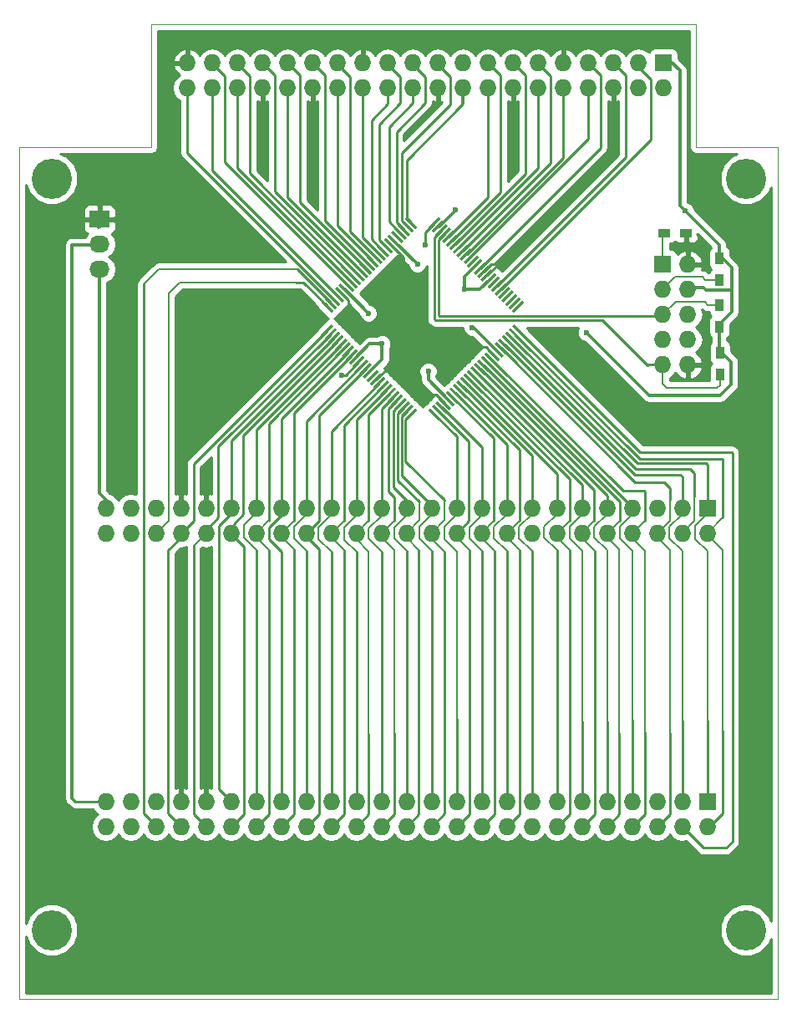
<source format=gbr>
G04 #@! TF.FileFunction,Copper,L1,Top,Signal*
%FSLAX46Y46*%
G04 Gerber Fmt 4.6, Leading zero omitted, Abs format (unit mm)*
G04 Created by KiCad (PCBNEW 4.0.2-stable) date 2016-03-21 오전 2:06:37*
%MOMM*%
G01*
G04 APERTURE LIST*
%ADD10C,0.100000*%
%ADD11R,1.727200X1.727200*%
%ADD12O,1.727200X1.727200*%
%ADD13C,4.064000*%
%ADD14R,2.032000X1.727200*%
%ADD15O,2.032000X1.727200*%
%ADD16R,1.200000X0.900000*%
%ADD17R,0.900000X1.200000*%
%ADD18C,0.600000*%
%ADD19C,0.220000*%
%ADD20C,0.300000*%
%ADD21C,0.200000*%
%ADD22C,0.500000*%
%ADD23C,0.254000*%
G04 APERTURE END LIST*
D10*
X92857320Y-145000000D02*
X169666920Y-145000000D01*
X92857320Y-58719720D02*
X92857320Y-145000000D01*
X106227880Y-58719720D02*
X92857320Y-58719720D01*
X106227880Y-46294040D02*
X106227880Y-58719720D01*
X161401760Y-46294040D02*
X106227880Y-46294040D01*
X161401760Y-58734960D02*
X161401760Y-46294040D01*
X169666920Y-58734960D02*
X161401760Y-58734960D01*
X169666920Y-145000000D02*
X169666920Y-58734960D01*
G36*
X143842627Y-74234522D02*
X144054759Y-74446654D01*
X142994099Y-75507314D01*
X142781967Y-75295182D01*
X143842627Y-74234522D01*
X143842627Y-74234522D01*
G37*
G36*
X143489074Y-73880969D02*
X143701206Y-74093101D01*
X142640546Y-75153761D01*
X142428414Y-74941629D01*
X143489074Y-73880969D01*
X143489074Y-73880969D01*
G37*
G36*
X143135520Y-73527416D02*
X143347652Y-73739548D01*
X142286992Y-74800208D01*
X142074860Y-74588076D01*
X143135520Y-73527416D01*
X143135520Y-73527416D01*
G37*
G36*
X142781967Y-73173862D02*
X142994099Y-73385994D01*
X141933439Y-74446654D01*
X141721307Y-74234522D01*
X142781967Y-73173862D01*
X142781967Y-73173862D01*
G37*
G36*
X142428413Y-72820309D02*
X142640545Y-73032441D01*
X141579885Y-74093101D01*
X141367753Y-73880969D01*
X142428413Y-72820309D01*
X142428413Y-72820309D01*
G37*
G36*
X142074860Y-72466756D02*
X142286992Y-72678888D01*
X141226332Y-73739548D01*
X141014200Y-73527416D01*
X142074860Y-72466756D01*
X142074860Y-72466756D01*
G37*
G36*
X141721307Y-72113202D02*
X141933439Y-72325334D01*
X140872779Y-73385994D01*
X140660647Y-73173862D01*
X141721307Y-72113202D01*
X141721307Y-72113202D01*
G37*
G36*
X141367753Y-71759649D02*
X141579885Y-71971781D01*
X140519225Y-73032441D01*
X140307093Y-72820309D01*
X141367753Y-71759649D01*
X141367753Y-71759649D01*
G37*
G36*
X141014200Y-71406095D02*
X141226332Y-71618227D01*
X140165672Y-72678887D01*
X139953540Y-72466755D01*
X141014200Y-71406095D01*
X141014200Y-71406095D01*
G37*
G36*
X140660646Y-71052542D02*
X140872778Y-71264674D01*
X139812118Y-72325334D01*
X139599986Y-72113202D01*
X140660646Y-71052542D01*
X140660646Y-71052542D01*
G37*
G36*
X140307093Y-70698989D02*
X140519225Y-70911121D01*
X139458565Y-71971781D01*
X139246433Y-71759649D01*
X140307093Y-70698989D01*
X140307093Y-70698989D01*
G37*
G36*
X139953540Y-70345435D02*
X140165672Y-70557567D01*
X139105012Y-71618227D01*
X138892880Y-71406095D01*
X139953540Y-70345435D01*
X139953540Y-70345435D01*
G37*
G36*
X139599986Y-69991882D02*
X139812118Y-70204014D01*
X138751458Y-71264674D01*
X138539326Y-71052542D01*
X139599986Y-69991882D01*
X139599986Y-69991882D01*
G37*
G36*
X139246433Y-69638328D02*
X139458565Y-69850460D01*
X138397905Y-70911120D01*
X138185773Y-70698988D01*
X139246433Y-69638328D01*
X139246433Y-69638328D01*
G37*
G36*
X138892879Y-69284775D02*
X139105011Y-69496907D01*
X138044351Y-70557567D01*
X137832219Y-70345435D01*
X138892879Y-69284775D01*
X138892879Y-69284775D01*
G37*
G36*
X138539326Y-68931222D02*
X138751458Y-69143354D01*
X137690798Y-70204014D01*
X137478666Y-69991882D01*
X138539326Y-68931222D01*
X138539326Y-68931222D01*
G37*
G36*
X138185773Y-68577668D02*
X138397905Y-68789800D01*
X137337245Y-69850460D01*
X137125113Y-69638328D01*
X138185773Y-68577668D01*
X138185773Y-68577668D01*
G37*
G36*
X137832219Y-68224115D02*
X138044351Y-68436247D01*
X136983691Y-69496907D01*
X136771559Y-69284775D01*
X137832219Y-68224115D01*
X137832219Y-68224115D01*
G37*
G36*
X137478666Y-67870561D02*
X137690798Y-68082693D01*
X136630138Y-69143353D01*
X136418006Y-68931221D01*
X137478666Y-67870561D01*
X137478666Y-67870561D01*
G37*
G36*
X137125112Y-67517008D02*
X137337244Y-67729140D01*
X136276584Y-68789800D01*
X136064452Y-68577668D01*
X137125112Y-67517008D01*
X137125112Y-67517008D01*
G37*
G36*
X136771559Y-67163455D02*
X136983691Y-67375587D01*
X135923031Y-68436247D01*
X135710899Y-68224115D01*
X136771559Y-67163455D01*
X136771559Y-67163455D01*
G37*
G36*
X136418006Y-66809901D02*
X136630138Y-67022033D01*
X135569478Y-68082693D01*
X135357346Y-67870561D01*
X136418006Y-66809901D01*
X136418006Y-66809901D01*
G37*
G36*
X136064452Y-66456348D02*
X136276584Y-66668480D01*
X135215924Y-67729140D01*
X135003792Y-67517008D01*
X136064452Y-66456348D01*
X136064452Y-66456348D01*
G37*
G36*
X135710899Y-66102794D02*
X135923031Y-66314926D01*
X134862371Y-67375586D01*
X134650239Y-67163454D01*
X135710899Y-66102794D01*
X135710899Y-66102794D01*
G37*
G36*
X135357346Y-65749241D02*
X135569478Y-65961373D01*
X134508818Y-67022033D01*
X134296686Y-66809901D01*
X135357346Y-65749241D01*
X135357346Y-65749241D01*
G37*
G36*
X131892522Y-65961373D02*
X132104654Y-65749241D01*
X133165314Y-66809901D01*
X132953182Y-67022033D01*
X131892522Y-65961373D01*
X131892522Y-65961373D01*
G37*
G36*
X131538969Y-66314926D02*
X131751101Y-66102794D01*
X132811761Y-67163454D01*
X132599629Y-67375586D01*
X131538969Y-66314926D01*
X131538969Y-66314926D01*
G37*
G36*
X131185416Y-66668480D02*
X131397548Y-66456348D01*
X132458208Y-67517008D01*
X132246076Y-67729140D01*
X131185416Y-66668480D01*
X131185416Y-66668480D01*
G37*
G36*
X130831862Y-67022033D02*
X131043994Y-66809901D01*
X132104654Y-67870561D01*
X131892522Y-68082693D01*
X130831862Y-67022033D01*
X130831862Y-67022033D01*
G37*
G36*
X130478309Y-67375587D02*
X130690441Y-67163455D01*
X131751101Y-68224115D01*
X131538969Y-68436247D01*
X130478309Y-67375587D01*
X130478309Y-67375587D01*
G37*
G36*
X130124756Y-67729140D02*
X130336888Y-67517008D01*
X131397548Y-68577668D01*
X131185416Y-68789800D01*
X130124756Y-67729140D01*
X130124756Y-67729140D01*
G37*
G36*
X129771202Y-68082693D02*
X129983334Y-67870561D01*
X131043994Y-68931221D01*
X130831862Y-69143353D01*
X129771202Y-68082693D01*
X129771202Y-68082693D01*
G37*
G36*
X129417649Y-68436247D02*
X129629781Y-68224115D01*
X130690441Y-69284775D01*
X130478309Y-69496907D01*
X129417649Y-68436247D01*
X129417649Y-68436247D01*
G37*
G36*
X129064095Y-68789800D02*
X129276227Y-68577668D01*
X130336887Y-69638328D01*
X130124755Y-69850460D01*
X129064095Y-68789800D01*
X129064095Y-68789800D01*
G37*
G36*
X128710542Y-69143354D02*
X128922674Y-68931222D01*
X129983334Y-69991882D01*
X129771202Y-70204014D01*
X128710542Y-69143354D01*
X128710542Y-69143354D01*
G37*
G36*
X128356989Y-69496907D02*
X128569121Y-69284775D01*
X129629781Y-70345435D01*
X129417649Y-70557567D01*
X128356989Y-69496907D01*
X128356989Y-69496907D01*
G37*
G36*
X128003435Y-69850460D02*
X128215567Y-69638328D01*
X129276227Y-70698988D01*
X129064095Y-70911120D01*
X128003435Y-69850460D01*
X128003435Y-69850460D01*
G37*
G36*
X127649882Y-70204014D02*
X127862014Y-69991882D01*
X128922674Y-71052542D01*
X128710542Y-71264674D01*
X127649882Y-70204014D01*
X127649882Y-70204014D01*
G37*
G36*
X127296328Y-70557567D02*
X127508460Y-70345435D01*
X128569120Y-71406095D01*
X128356988Y-71618227D01*
X127296328Y-70557567D01*
X127296328Y-70557567D01*
G37*
G36*
X126942775Y-70911121D02*
X127154907Y-70698989D01*
X128215567Y-71759649D01*
X128003435Y-71971781D01*
X126942775Y-70911121D01*
X126942775Y-70911121D01*
G37*
G36*
X126589222Y-71264674D02*
X126801354Y-71052542D01*
X127862014Y-72113202D01*
X127649882Y-72325334D01*
X126589222Y-71264674D01*
X126589222Y-71264674D01*
G37*
G36*
X126235668Y-71618227D02*
X126447800Y-71406095D01*
X127508460Y-72466755D01*
X127296328Y-72678887D01*
X126235668Y-71618227D01*
X126235668Y-71618227D01*
G37*
G36*
X125882115Y-71971781D02*
X126094247Y-71759649D01*
X127154907Y-72820309D01*
X126942775Y-73032441D01*
X125882115Y-71971781D01*
X125882115Y-71971781D01*
G37*
G36*
X125528561Y-72325334D02*
X125740693Y-72113202D01*
X126801353Y-73173862D01*
X126589221Y-73385994D01*
X125528561Y-72325334D01*
X125528561Y-72325334D01*
G37*
G36*
X125175008Y-72678888D02*
X125387140Y-72466756D01*
X126447800Y-73527416D01*
X126235668Y-73739548D01*
X125175008Y-72678888D01*
X125175008Y-72678888D01*
G37*
G36*
X124821455Y-73032441D02*
X125033587Y-72820309D01*
X126094247Y-73880969D01*
X125882115Y-74093101D01*
X124821455Y-73032441D01*
X124821455Y-73032441D01*
G37*
G36*
X124467901Y-73385994D02*
X124680033Y-73173862D01*
X125740693Y-74234522D01*
X125528561Y-74446654D01*
X124467901Y-73385994D01*
X124467901Y-73385994D01*
G37*
G36*
X124114348Y-73739548D02*
X124326480Y-73527416D01*
X125387140Y-74588076D01*
X125175008Y-74800208D01*
X124114348Y-73739548D01*
X124114348Y-73739548D01*
G37*
G36*
X123760794Y-74093101D02*
X123972926Y-73880969D01*
X125033586Y-74941629D01*
X124821454Y-75153761D01*
X123760794Y-74093101D01*
X123760794Y-74093101D01*
G37*
G36*
X123407241Y-74446654D02*
X123619373Y-74234522D01*
X124680033Y-75295182D01*
X124467901Y-75507314D01*
X123407241Y-74446654D01*
X123407241Y-74446654D01*
G37*
G36*
X124467901Y-76638686D02*
X124680033Y-76850818D01*
X123619373Y-77911478D01*
X123407241Y-77699346D01*
X124467901Y-76638686D01*
X124467901Y-76638686D01*
G37*
G36*
X124821454Y-76992239D02*
X125033586Y-77204371D01*
X123972926Y-78265031D01*
X123760794Y-78052899D01*
X124821454Y-76992239D01*
X124821454Y-76992239D01*
G37*
G36*
X125175008Y-77345792D02*
X125387140Y-77557924D01*
X124326480Y-78618584D01*
X124114348Y-78406452D01*
X125175008Y-77345792D01*
X125175008Y-77345792D01*
G37*
G36*
X125528561Y-77699346D02*
X125740693Y-77911478D01*
X124680033Y-78972138D01*
X124467901Y-78760006D01*
X125528561Y-77699346D01*
X125528561Y-77699346D01*
G37*
G36*
X125882115Y-78052899D02*
X126094247Y-78265031D01*
X125033587Y-79325691D01*
X124821455Y-79113559D01*
X125882115Y-78052899D01*
X125882115Y-78052899D01*
G37*
G36*
X126235668Y-78406452D02*
X126447800Y-78618584D01*
X125387140Y-79679244D01*
X125175008Y-79467112D01*
X126235668Y-78406452D01*
X126235668Y-78406452D01*
G37*
G36*
X126589221Y-78760006D02*
X126801353Y-78972138D01*
X125740693Y-80032798D01*
X125528561Y-79820666D01*
X126589221Y-78760006D01*
X126589221Y-78760006D01*
G37*
G36*
X126942775Y-79113559D02*
X127154907Y-79325691D01*
X126094247Y-80386351D01*
X125882115Y-80174219D01*
X126942775Y-79113559D01*
X126942775Y-79113559D01*
G37*
G36*
X127296328Y-79467113D02*
X127508460Y-79679245D01*
X126447800Y-80739905D01*
X126235668Y-80527773D01*
X127296328Y-79467113D01*
X127296328Y-79467113D01*
G37*
G36*
X127649882Y-79820666D02*
X127862014Y-80032798D01*
X126801354Y-81093458D01*
X126589222Y-80881326D01*
X127649882Y-79820666D01*
X127649882Y-79820666D01*
G37*
G36*
X128003435Y-80174219D02*
X128215567Y-80386351D01*
X127154907Y-81447011D01*
X126942775Y-81234879D01*
X128003435Y-80174219D01*
X128003435Y-80174219D01*
G37*
G36*
X128356988Y-80527773D02*
X128569120Y-80739905D01*
X127508460Y-81800565D01*
X127296328Y-81588433D01*
X128356988Y-80527773D01*
X128356988Y-80527773D01*
G37*
G36*
X128710542Y-80881326D02*
X128922674Y-81093458D01*
X127862014Y-82154118D01*
X127649882Y-81941986D01*
X128710542Y-80881326D01*
X128710542Y-80881326D01*
G37*
G36*
X129064095Y-81234880D02*
X129276227Y-81447012D01*
X128215567Y-82507672D01*
X128003435Y-82295540D01*
X129064095Y-81234880D01*
X129064095Y-81234880D01*
G37*
G36*
X129417649Y-81588433D02*
X129629781Y-81800565D01*
X128569121Y-82861225D01*
X128356989Y-82649093D01*
X129417649Y-81588433D01*
X129417649Y-81588433D01*
G37*
G36*
X129771202Y-81941986D02*
X129983334Y-82154118D01*
X128922674Y-83214778D01*
X128710542Y-83002646D01*
X129771202Y-81941986D01*
X129771202Y-81941986D01*
G37*
G36*
X130124755Y-82295540D02*
X130336887Y-82507672D01*
X129276227Y-83568332D01*
X129064095Y-83356200D01*
X130124755Y-82295540D01*
X130124755Y-82295540D01*
G37*
G36*
X130478309Y-82649093D02*
X130690441Y-82861225D01*
X129629781Y-83921885D01*
X129417649Y-83709753D01*
X130478309Y-82649093D01*
X130478309Y-82649093D01*
G37*
G36*
X130831862Y-83002647D02*
X131043994Y-83214779D01*
X129983334Y-84275439D01*
X129771202Y-84063307D01*
X130831862Y-83002647D01*
X130831862Y-83002647D01*
G37*
G36*
X131185416Y-83356200D02*
X131397548Y-83568332D01*
X130336888Y-84628992D01*
X130124756Y-84416860D01*
X131185416Y-83356200D01*
X131185416Y-83356200D01*
G37*
G36*
X131538969Y-83709753D02*
X131751101Y-83921885D01*
X130690441Y-84982545D01*
X130478309Y-84770413D01*
X131538969Y-83709753D01*
X131538969Y-83709753D01*
G37*
G36*
X131892522Y-84063307D02*
X132104654Y-84275439D01*
X131043994Y-85336099D01*
X130831862Y-85123967D01*
X131892522Y-84063307D01*
X131892522Y-84063307D01*
G37*
G36*
X132246076Y-84416860D02*
X132458208Y-84628992D01*
X131397548Y-85689652D01*
X131185416Y-85477520D01*
X132246076Y-84416860D01*
X132246076Y-84416860D01*
G37*
G36*
X132599629Y-84770414D02*
X132811761Y-84982546D01*
X131751101Y-86043206D01*
X131538969Y-85831074D01*
X132599629Y-84770414D01*
X132599629Y-84770414D01*
G37*
G36*
X132953182Y-85123967D02*
X133165314Y-85336099D01*
X132104654Y-86396759D01*
X131892522Y-86184627D01*
X132953182Y-85123967D01*
X132953182Y-85123967D01*
G37*
G36*
X134296686Y-85336099D02*
X134508818Y-85123967D01*
X135569478Y-86184627D01*
X135357346Y-86396759D01*
X134296686Y-85336099D01*
X134296686Y-85336099D01*
G37*
G36*
X134650239Y-84982546D02*
X134862371Y-84770414D01*
X135923031Y-85831074D01*
X135710899Y-86043206D01*
X134650239Y-84982546D01*
X134650239Y-84982546D01*
G37*
G36*
X135003792Y-84628992D02*
X135215924Y-84416860D01*
X136276584Y-85477520D01*
X136064452Y-85689652D01*
X135003792Y-84628992D01*
X135003792Y-84628992D01*
G37*
G36*
X135357346Y-84275439D02*
X135569478Y-84063307D01*
X136630138Y-85123967D01*
X136418006Y-85336099D01*
X135357346Y-84275439D01*
X135357346Y-84275439D01*
G37*
G36*
X135710899Y-83921885D02*
X135923031Y-83709753D01*
X136983691Y-84770413D01*
X136771559Y-84982545D01*
X135710899Y-83921885D01*
X135710899Y-83921885D01*
G37*
G36*
X136064452Y-83568332D02*
X136276584Y-83356200D01*
X137337244Y-84416860D01*
X137125112Y-84628992D01*
X136064452Y-83568332D01*
X136064452Y-83568332D01*
G37*
G36*
X136418006Y-83214779D02*
X136630138Y-83002647D01*
X137690798Y-84063307D01*
X137478666Y-84275439D01*
X136418006Y-83214779D01*
X136418006Y-83214779D01*
G37*
G36*
X136771559Y-82861225D02*
X136983691Y-82649093D01*
X138044351Y-83709753D01*
X137832219Y-83921885D01*
X136771559Y-82861225D01*
X136771559Y-82861225D01*
G37*
G36*
X137125113Y-82507672D02*
X137337245Y-82295540D01*
X138397905Y-83356200D01*
X138185773Y-83568332D01*
X137125113Y-82507672D01*
X137125113Y-82507672D01*
G37*
G36*
X137478666Y-82154118D02*
X137690798Y-81941986D01*
X138751458Y-83002646D01*
X138539326Y-83214778D01*
X137478666Y-82154118D01*
X137478666Y-82154118D01*
G37*
G36*
X137832219Y-81800565D02*
X138044351Y-81588433D01*
X139105011Y-82649093D01*
X138892879Y-82861225D01*
X137832219Y-81800565D01*
X137832219Y-81800565D01*
G37*
G36*
X138185773Y-81447012D02*
X138397905Y-81234880D01*
X139458565Y-82295540D01*
X139246433Y-82507672D01*
X138185773Y-81447012D01*
X138185773Y-81447012D01*
G37*
G36*
X138539326Y-81093458D02*
X138751458Y-80881326D01*
X139812118Y-81941986D01*
X139599986Y-82154118D01*
X138539326Y-81093458D01*
X138539326Y-81093458D01*
G37*
G36*
X138892880Y-80739905D02*
X139105012Y-80527773D01*
X140165672Y-81588433D01*
X139953540Y-81800565D01*
X138892880Y-80739905D01*
X138892880Y-80739905D01*
G37*
G36*
X139246433Y-80386351D02*
X139458565Y-80174219D01*
X140519225Y-81234879D01*
X140307093Y-81447011D01*
X139246433Y-80386351D01*
X139246433Y-80386351D01*
G37*
G36*
X139599986Y-80032798D02*
X139812118Y-79820666D01*
X140872778Y-80881326D01*
X140660646Y-81093458D01*
X139599986Y-80032798D01*
X139599986Y-80032798D01*
G37*
G36*
X139953540Y-79679245D02*
X140165672Y-79467113D01*
X141226332Y-80527773D01*
X141014200Y-80739905D01*
X139953540Y-79679245D01*
X139953540Y-79679245D01*
G37*
G36*
X140307093Y-79325691D02*
X140519225Y-79113559D01*
X141579885Y-80174219D01*
X141367753Y-80386351D01*
X140307093Y-79325691D01*
X140307093Y-79325691D01*
G37*
G36*
X140660647Y-78972138D02*
X140872779Y-78760006D01*
X141933439Y-79820666D01*
X141721307Y-80032798D01*
X140660647Y-78972138D01*
X140660647Y-78972138D01*
G37*
G36*
X141014200Y-78618584D02*
X141226332Y-78406452D01*
X142286992Y-79467112D01*
X142074860Y-79679244D01*
X141014200Y-78618584D01*
X141014200Y-78618584D01*
G37*
G36*
X141367753Y-78265031D02*
X141579885Y-78052899D01*
X142640545Y-79113559D01*
X142428413Y-79325691D01*
X141367753Y-78265031D01*
X141367753Y-78265031D01*
G37*
G36*
X141721307Y-77911478D02*
X141933439Y-77699346D01*
X142994099Y-78760006D01*
X142781967Y-78972138D01*
X141721307Y-77911478D01*
X141721307Y-77911478D01*
G37*
G36*
X142074860Y-77557924D02*
X142286992Y-77345792D01*
X143347652Y-78406452D01*
X143135520Y-78618584D01*
X142074860Y-77557924D01*
X142074860Y-77557924D01*
G37*
G36*
X142428414Y-77204371D02*
X142640546Y-76992239D01*
X143701206Y-78052899D01*
X143489074Y-78265031D01*
X142428414Y-77204371D01*
X142428414Y-77204371D01*
G37*
G36*
X142781967Y-76850818D02*
X142994099Y-76638686D01*
X144054759Y-77699346D01*
X143842627Y-77911478D01*
X142781967Y-76850818D01*
X142781967Y-76850818D01*
G37*
D11*
X162560000Y-95250000D03*
D12*
X162560000Y-97790000D03*
X160020000Y-95250000D03*
X160020000Y-97790000D03*
X157480000Y-95250000D03*
X157480000Y-97790000D03*
X154940000Y-95250000D03*
X154940000Y-97790000D03*
X152400000Y-95250000D03*
X152400000Y-97790000D03*
X149860000Y-95250000D03*
X149860000Y-97790000D03*
X147320000Y-95250000D03*
X147320000Y-97790000D03*
X144780000Y-95250000D03*
X144780000Y-97790000D03*
X142240000Y-95250000D03*
X142240000Y-97790000D03*
X139700000Y-95250000D03*
X139700000Y-97790000D03*
X137160000Y-95250000D03*
X137160000Y-97790000D03*
X134620000Y-95250000D03*
X134620000Y-97790000D03*
X132080000Y-95250000D03*
X132080000Y-97790000D03*
X129540000Y-95250000D03*
X129540000Y-97790000D03*
X127000000Y-95250000D03*
X127000000Y-97790000D03*
X124460000Y-95250000D03*
X124460000Y-97790000D03*
X121920000Y-95250000D03*
X121920000Y-97790000D03*
X119380000Y-95250000D03*
X119380000Y-97790000D03*
X116840000Y-95250000D03*
X116840000Y-97790000D03*
X114300000Y-95250000D03*
X114300000Y-97790000D03*
X111760000Y-95250000D03*
X111760000Y-97790000D03*
X109220000Y-95250000D03*
X109220000Y-97790000D03*
X106680000Y-95250000D03*
X106680000Y-97790000D03*
X104140000Y-95250000D03*
X104140000Y-97790000D03*
X101600000Y-95250000D03*
X101600000Y-97790000D03*
D13*
X166500000Y-61889000D03*
X96118680Y-61889000D03*
X166500000Y-138000000D03*
D11*
X162560000Y-125000000D03*
D12*
X162560000Y-127540000D03*
X160020000Y-125000000D03*
X160020000Y-127540000D03*
X157480000Y-125000000D03*
X157480000Y-127540000D03*
X154940000Y-125000000D03*
X154940000Y-127540000D03*
X152400000Y-125000000D03*
X152400000Y-127540000D03*
X149860000Y-125000000D03*
X149860000Y-127540000D03*
X147320000Y-125000000D03*
X147320000Y-127540000D03*
X144780000Y-125000000D03*
X144780000Y-127540000D03*
X142240000Y-125000000D03*
X142240000Y-127540000D03*
X139700000Y-125000000D03*
X139700000Y-127540000D03*
X137160000Y-125000000D03*
X137160000Y-127540000D03*
X134620000Y-125000000D03*
X134620000Y-127540000D03*
X132080000Y-125000000D03*
X132080000Y-127540000D03*
X129540000Y-125000000D03*
X129540000Y-127540000D03*
X127000000Y-125000000D03*
X127000000Y-127540000D03*
X124460000Y-125000000D03*
X124460000Y-127540000D03*
X121920000Y-125000000D03*
X121920000Y-127540000D03*
X119380000Y-125000000D03*
X119380000Y-127540000D03*
X116840000Y-125000000D03*
X116840000Y-127540000D03*
X114300000Y-125000000D03*
X114300000Y-127540000D03*
X111760000Y-125000000D03*
X111760000Y-127540000D03*
X109220000Y-125000000D03*
X109220000Y-127540000D03*
X106680000Y-125000000D03*
X106680000Y-127540000D03*
X104140000Y-125000000D03*
X104140000Y-127540000D03*
X101600000Y-125000000D03*
X101600000Y-127540000D03*
D11*
X158115000Y-50165000D03*
D12*
X158115000Y-52705000D03*
X155575000Y-50165000D03*
X155575000Y-52705000D03*
X153035000Y-50165000D03*
X153035000Y-52705000D03*
X150495000Y-50165000D03*
X150495000Y-52705000D03*
X147955000Y-50165000D03*
X147955000Y-52705000D03*
X145415000Y-50165000D03*
X145415000Y-52705000D03*
X142875000Y-50165000D03*
X142875000Y-52705000D03*
X140335000Y-50165000D03*
X140335000Y-52705000D03*
X137795000Y-50165000D03*
X137795000Y-52705000D03*
X135255000Y-50165000D03*
X135255000Y-52705000D03*
X132715000Y-50165000D03*
X132715000Y-52705000D03*
X130175000Y-50165000D03*
X130175000Y-52705000D03*
X127635000Y-50165000D03*
X127635000Y-52705000D03*
X125095000Y-50165000D03*
X125095000Y-52705000D03*
X122555000Y-50165000D03*
X122555000Y-52705000D03*
X120015000Y-50165000D03*
X120015000Y-52705000D03*
X117475000Y-50165000D03*
X117475000Y-52705000D03*
X114935000Y-50165000D03*
X114935000Y-52705000D03*
X112395000Y-50165000D03*
X112395000Y-52705000D03*
X109855000Y-50165000D03*
X109855000Y-52705000D03*
D14*
X100965000Y-66000000D03*
D15*
X100965000Y-68540000D03*
X100965000Y-71080000D03*
D11*
X158064200Y-70586600D03*
D12*
X160604200Y-70586600D03*
X158064200Y-73126600D03*
X160604200Y-73126600D03*
X158064200Y-75666600D03*
X160604200Y-75666600D03*
X158064200Y-78206600D03*
X160604200Y-78206600D03*
X158064200Y-80746600D03*
X160604200Y-80746600D03*
D16*
X160434200Y-67386200D03*
X158234200Y-67386200D03*
D17*
X163804600Y-69943800D03*
X163804600Y-72143800D03*
X163804600Y-76868200D03*
X163804600Y-74668200D03*
X163855400Y-79494200D03*
X163855400Y-81694200D03*
D13*
X96118680Y-138000000D03*
D18*
X137027920Y-65013840D03*
X133979920Y-68569840D03*
X138715671Y-76978589D03*
X137981769Y-73130489D03*
X134278449Y-81392951D03*
X129611120Y-78628240D03*
X133191171Y-70565089D03*
X128228169Y-75528091D03*
X150299420Y-77459840D03*
X160337500Y-65173860D03*
X133827520Y-83759040D03*
X126169420Y-75999340D03*
X125534420Y-81777840D03*
D19*
X155575000Y-50540920D02*
X156839920Y-51805840D01*
X156839920Y-51805840D02*
X156839920Y-57913828D01*
X155575000Y-50165000D02*
X155575000Y-50540920D01*
X156839920Y-57913828D02*
X141650596Y-73103152D01*
X155575000Y-50165000D02*
X155580080Y-50165000D01*
X154299920Y-51424840D02*
X154299920Y-59746721D01*
X154299920Y-59746721D02*
X141297043Y-72749598D01*
X153040080Y-50165000D02*
X154299920Y-51424840D01*
X153035000Y-50165000D02*
X153040080Y-50165000D01*
X150495000Y-50165000D02*
X150500080Y-50165000D01*
X150500080Y-50165000D02*
X151759920Y-51424840D01*
X151759920Y-58751187D02*
X139529276Y-70981831D01*
X151759920Y-51424840D02*
X151759920Y-58751187D01*
X150495000Y-57894786D02*
X138468615Y-69921171D01*
X150495000Y-52705000D02*
X150495000Y-57894786D01*
X147955000Y-59801760D02*
X138189142Y-69567618D01*
X138189142Y-69567618D02*
X138115062Y-69567618D01*
X147955000Y-52705000D02*
X147955000Y-59801760D01*
X146679920Y-51488340D02*
X146679920Y-60295653D01*
X146679920Y-60295653D02*
X137761509Y-69214064D01*
X145415000Y-50223420D02*
X146679920Y-51488340D01*
X145415000Y-50165000D02*
X145415000Y-50223420D01*
X145415000Y-50165000D02*
X145420080Y-50165000D01*
X145415000Y-52705000D02*
X145415000Y-60853466D01*
X145415000Y-60853466D02*
X137407955Y-68860511D01*
X144139920Y-51424840D02*
X144139920Y-61421439D01*
X144139920Y-61421439D02*
X137054402Y-68506957D01*
X142880080Y-50165000D02*
X144139920Y-51424840D01*
X142875000Y-50165000D02*
X142880080Y-50165000D01*
X165094920Y-120243600D02*
X165094920Y-129037080D01*
X162172400Y-129692400D02*
X160020000Y-127540000D01*
X164439600Y-129692400D02*
X162172400Y-129692400D01*
X165094920Y-129037080D02*
X164439600Y-129692400D01*
X143418363Y-77275082D02*
X155731621Y-89588340D01*
X155731621Y-89588340D02*
X165031420Y-89588340D01*
X165031420Y-89588340D02*
X165094920Y-89651840D01*
X165094920Y-89651840D02*
X165094920Y-120243600D01*
X165094920Y-120243600D02*
X165094920Y-120375680D01*
X140335000Y-52705000D02*
X140335000Y-63812146D01*
X140335000Y-63812146D02*
X136347295Y-67799851D01*
X132528918Y-66385637D02*
X132528918Y-66356838D01*
X132528918Y-66356838D02*
X132074920Y-65902840D01*
X132074920Y-65902840D02*
X132074920Y-60063380D01*
X132074920Y-60063380D02*
X137795000Y-54343300D01*
D20*
X132528918Y-66385637D02*
X132528918Y-66384036D01*
X137795000Y-54343300D02*
X137795000Y-52705000D01*
D21*
X137795000Y-54343300D02*
X137795000Y-52705000D01*
D19*
X135255000Y-50165000D02*
X135255000Y-50286920D01*
X135255000Y-50286920D02*
X136519920Y-51551840D01*
X136519920Y-51551840D02*
X136519920Y-54345840D01*
X136519920Y-54345840D02*
X131566920Y-59298840D01*
X131566920Y-59298840D02*
X131566920Y-66130745D01*
X131566920Y-66130745D02*
X132175365Y-66739190D01*
X132715000Y-50165000D02*
X132715000Y-50286920D01*
X132715000Y-50286920D02*
X133979920Y-51551840D01*
X133979920Y-51551840D02*
X133979920Y-54218840D01*
X133979920Y-54218840D02*
X131058920Y-57139840D01*
X131058920Y-57139840D02*
X131058920Y-66329852D01*
X131058920Y-66329852D02*
X131821812Y-67092744D01*
X132715000Y-52705000D02*
X132715000Y-54213760D01*
X130296920Y-66274959D02*
X131468258Y-67446297D01*
X130296920Y-56631840D02*
X130296920Y-66274959D01*
X132715000Y-54213760D02*
X130296920Y-56631840D01*
X130175000Y-50165000D02*
X130175000Y-50286920D01*
X130175000Y-50286920D02*
X131439920Y-51551840D01*
X131439920Y-51551840D02*
X131439920Y-54218840D01*
X131439920Y-54218840D02*
X129280920Y-56377840D01*
X129280920Y-56377840D02*
X129280920Y-68087386D01*
X129280920Y-68087386D02*
X130054045Y-68860511D01*
X130175000Y-52705000D02*
X130175000Y-54340760D01*
X128518920Y-68048774D02*
X129692351Y-69222205D01*
X128518920Y-55996840D02*
X128518920Y-68048774D01*
X130175000Y-54340760D02*
X128518920Y-55996840D01*
X129692351Y-69222205D02*
X129700491Y-69214064D01*
X127635000Y-67812920D02*
X127635000Y-52705000D01*
X129346938Y-69567618D02*
X129346938Y-69524858D01*
X129346938Y-69524858D02*
X127635000Y-67812920D01*
X125095000Y-50165000D02*
X125095000Y-50286920D01*
X125095000Y-50286920D02*
X126359920Y-51551840D01*
X126359920Y-51551840D02*
X126359920Y-67287706D01*
X126359920Y-67287706D02*
X128993385Y-69921171D01*
X128639831Y-70274724D02*
X128639831Y-70214751D01*
X128639831Y-70214751D02*
X125095000Y-66669920D01*
X125095000Y-66669920D02*
X125095000Y-52705000D01*
X128286278Y-70628278D02*
X128279024Y-70628278D01*
X128279024Y-70628278D02*
X123819920Y-66169174D01*
X123819920Y-66169174D02*
X123819920Y-51429920D01*
X123819920Y-51429920D02*
X122555000Y-50165000D01*
X127932724Y-70981831D02*
X127932724Y-70968144D01*
X127932724Y-70968144D02*
X121279920Y-64315340D01*
X121279920Y-64315340D02*
X121279920Y-51429920D01*
X121279920Y-51429920D02*
X120015000Y-50165000D01*
X127579171Y-71335385D02*
X127579171Y-71313091D01*
X127579171Y-71313091D02*
X120015000Y-63748920D01*
X120015000Y-63748920D02*
X120015000Y-52705000D01*
X117475000Y-50165000D02*
X117480080Y-50165000D01*
X117480080Y-50165000D02*
X118739920Y-51424840D01*
X118739920Y-51424840D02*
X118739920Y-63203240D01*
X118739920Y-63203240D02*
X127225618Y-71688938D01*
X114935000Y-50165000D02*
X114935000Y-50223420D01*
X114935000Y-50223420D02*
X116199920Y-51488340D01*
X116199920Y-51488340D02*
X116199920Y-61370347D01*
X116199920Y-61370347D02*
X126872064Y-72042491D01*
X114935000Y-52705000D02*
X114935000Y-60812534D01*
X114935000Y-60812534D02*
X126518511Y-72396045D01*
X112395000Y-50165000D02*
X112395000Y-50223420D01*
X112395000Y-50223420D02*
X113659920Y-51488340D01*
X113659920Y-60244561D02*
X126164957Y-72749598D01*
X113659920Y-51488340D02*
X113659920Y-60244561D01*
D21*
X112420400Y-50165000D02*
X112395000Y-50165000D01*
D19*
X112395000Y-52705000D02*
X112395000Y-61100961D01*
X112395000Y-61100961D02*
X125104297Y-73810258D01*
D21*
X112433100Y-52743100D02*
X112395000Y-52705000D01*
D19*
X124750744Y-74163812D02*
X109855000Y-59268068D01*
X109855000Y-59268068D02*
X109855000Y-52705000D01*
D21*
X109893100Y-52743100D02*
X109855000Y-52705000D01*
D19*
X162560000Y-116814600D02*
X162560000Y-125000000D01*
X162427920Y-90731340D02*
X155460408Y-90731340D01*
X155460408Y-90731340D02*
X142711256Y-77982188D01*
X162560000Y-90863420D02*
X162427920Y-90731340D01*
X162560000Y-95250000D02*
X162560000Y-90863420D01*
D21*
X162560000Y-95250000D02*
X162560000Y-95821500D01*
X162560000Y-95821500D02*
X161315400Y-97066100D01*
X162560000Y-99618800D02*
X162560000Y-116814600D01*
X162560000Y-116814600D02*
X162560000Y-116840000D01*
X161315400Y-98374200D02*
X162560000Y-99618800D01*
X161315400Y-97066100D02*
X161315400Y-98374200D01*
D19*
X164096700Y-117843300D02*
X164096700Y-126225300D01*
D21*
X164096700Y-99491800D02*
X164096700Y-117843300D01*
X162560000Y-97955100D02*
X164096700Y-99491800D01*
D19*
X164096700Y-126225300D02*
X162782000Y-127540000D01*
X162782000Y-127540000D02*
X162560000Y-127540000D01*
X164078920Y-90286840D02*
X155723015Y-90286840D01*
X155723015Y-90286840D02*
X143064810Y-77628635D01*
X164096700Y-90304620D02*
X164078920Y-90286840D01*
X164096700Y-96253300D02*
X164096700Y-90304620D01*
D21*
X162560000Y-97790000D02*
X162560000Y-97955100D01*
X164096700Y-96253300D02*
X162560000Y-97790000D01*
D19*
X160020000Y-116814600D02*
X160020000Y-125000000D01*
X159824420Y-91874340D02*
X155189194Y-91874340D01*
X155189194Y-91874340D02*
X142004149Y-78689295D01*
X160020000Y-92069920D02*
X159824420Y-91874340D01*
X160020000Y-95250000D02*
X160020000Y-92069920D01*
D21*
X160020000Y-95250000D02*
X160020000Y-95885000D01*
X160020000Y-95885000D02*
X158737300Y-97167700D01*
X160020000Y-99580700D02*
X160020000Y-116814600D01*
X160020000Y-116814600D02*
X160020000Y-116840000D01*
X158737300Y-98298000D02*
X160020000Y-99580700D01*
X158737300Y-97167700D02*
X158737300Y-98298000D01*
X160020000Y-94132400D02*
X160020000Y-95250000D01*
D19*
X160840420Y-91302840D02*
X155324801Y-91302840D01*
X155324801Y-91302840D02*
X142357703Y-78335742D01*
X161277300Y-91739720D02*
X160840420Y-91302840D01*
X161277300Y-94068900D02*
X161277300Y-91739720D01*
D21*
X161277300Y-96532700D02*
X160020000Y-97790000D01*
X161277300Y-94068900D02*
X161277300Y-96532700D01*
D19*
X158762700Y-118071900D02*
X158762700Y-126257300D01*
X158762700Y-126257300D02*
X157480000Y-127540000D01*
X158173420Y-92636340D02*
X155244088Y-92636340D01*
X155244088Y-92636340D02*
X141650596Y-79042848D01*
X158750000Y-93212920D02*
X158173420Y-92636340D01*
X158750000Y-94437200D02*
X158750000Y-93212920D01*
D21*
X157480000Y-97790000D02*
X157480000Y-98272600D01*
X157480000Y-98272600D02*
X158762700Y-99555300D01*
X158762700Y-99555300D02*
X158762700Y-118071900D01*
X158762700Y-118071900D02*
X158762700Y-118097300D01*
X158750000Y-94437200D02*
X158750000Y-96520000D01*
X158750000Y-96520000D02*
X157480000Y-97790000D01*
D19*
X154940000Y-116738400D02*
X154940000Y-125000000D01*
X154940000Y-95250000D02*
X154940000Y-95160680D01*
X154940000Y-95160680D02*
X140236382Y-80457062D01*
D21*
X154940000Y-95250000D02*
X154940000Y-95859600D01*
X154940000Y-95859600D02*
X153670000Y-97129600D01*
X154940000Y-99631500D02*
X154940000Y-116738400D01*
X154940000Y-116738400D02*
X154940000Y-116840000D01*
X153670000Y-98361500D02*
X154940000Y-99631500D01*
X153670000Y-97129600D02*
X153670000Y-98361500D01*
D19*
X156210000Y-117995700D02*
X156210000Y-126270000D01*
X156210000Y-126270000D02*
X154940000Y-127540000D01*
X156141420Y-93525340D02*
X154011767Y-93525340D01*
X154011767Y-93525340D02*
X140589936Y-80103509D01*
X156210000Y-93593920D02*
X156141420Y-93525340D01*
X156210000Y-96520000D02*
X156210000Y-93593920D01*
D21*
X154940000Y-97790000D02*
X154940000Y-98348800D01*
X154940000Y-98348800D02*
X156210000Y-99618800D01*
X156210000Y-99618800D02*
X156210000Y-117995700D01*
X156210000Y-117995700D02*
X156210000Y-118110000D01*
X156210000Y-96520000D02*
X154940000Y-97790000D01*
D19*
X152400000Y-125000000D02*
X152400000Y-116840000D01*
D21*
X151104600Y-97129600D02*
X151104600Y-98247200D01*
X151104600Y-98247200D02*
X152400000Y-99542600D01*
X152400000Y-99542600D02*
X152400000Y-116840000D01*
X151104600Y-97129600D02*
X152400000Y-95834200D01*
D19*
X152400000Y-95250000D02*
X152400000Y-94034893D01*
X152400000Y-94034893D02*
X139529276Y-81164169D01*
D21*
X152400000Y-95250000D02*
X152400000Y-95834200D01*
X152400000Y-94191896D02*
X152400000Y-95250000D01*
D19*
X153644600Y-118033800D02*
X153644600Y-126295400D01*
X153644600Y-126295400D02*
X152400000Y-127540000D01*
X153670000Y-96520000D02*
X153670000Y-94597786D01*
X153670000Y-94597786D02*
X139882829Y-80810615D01*
D21*
X152400000Y-97790000D02*
X152400000Y-98209100D01*
X152400000Y-98209100D02*
X153644600Y-99453700D01*
X153644600Y-99453700D02*
X153644600Y-118033800D01*
X153644600Y-118033800D02*
X153644600Y-118135400D01*
X153670000Y-96520000D02*
X152400000Y-97790000D01*
D19*
X149860000Y-125000000D02*
X149860000Y-116840000D01*
D21*
X148590000Y-97167700D02*
X148590000Y-98298000D01*
X148590000Y-98298000D02*
X149860000Y-99568000D01*
X149860000Y-99568000D02*
X149860000Y-116840000D01*
X148590000Y-97167700D02*
X149860000Y-95897700D01*
D19*
X149860000Y-95250000D02*
X149860000Y-92909107D01*
X149860000Y-92909107D02*
X138822169Y-81871276D01*
D21*
X149860000Y-95250000D02*
X149860000Y-95897700D01*
D19*
X151130000Y-118110000D02*
X151130000Y-126270000D01*
X151130000Y-99568000D02*
X151130000Y-118110000D01*
D21*
X149860000Y-98298000D02*
X151130000Y-99568000D01*
D19*
X151130000Y-126270000D02*
X149860000Y-127540000D01*
X151117300Y-96532700D02*
X151117300Y-93459300D01*
X151117300Y-93459300D02*
X139175722Y-81517722D01*
D21*
X149860000Y-97790000D02*
X149860000Y-98298000D01*
X151117300Y-96532700D02*
X149860000Y-97790000D01*
D19*
X147320000Y-116662200D02*
X147320000Y-125000000D01*
X147320000Y-95250000D02*
X147320000Y-91783320D01*
X147320000Y-91783320D02*
X138115062Y-82578382D01*
D21*
X147320000Y-95250000D02*
X147320000Y-95859600D01*
X147320000Y-95859600D02*
X146024600Y-97155000D01*
D19*
X147320000Y-99555300D02*
X147320000Y-116662200D01*
D21*
X147320000Y-116662200D02*
X147320000Y-116840000D01*
X146024600Y-98259900D02*
X147320000Y-99555300D01*
X146024600Y-97155000D02*
X146024600Y-98259900D01*
D19*
X148602700Y-117957600D02*
X148602700Y-126257300D01*
X148602700Y-126257300D02*
X147320000Y-127540000D01*
X148590000Y-96520000D02*
X148590000Y-92346214D01*
X148590000Y-92346214D02*
X138468615Y-82224829D01*
D21*
X147320000Y-97790000D02*
X147320000Y-98272600D01*
X147320000Y-98272600D02*
X148602700Y-99555300D01*
D19*
X148602700Y-99555300D02*
X148602700Y-117957600D01*
D21*
X148602700Y-117957600D02*
X148602700Y-118097300D01*
X148590000Y-96520000D02*
X147320000Y-97790000D01*
D19*
X144780000Y-116738400D02*
X144780000Y-125000000D01*
X144780000Y-95250000D02*
X144780000Y-89950427D01*
X144780000Y-89950427D02*
X137761509Y-82931936D01*
D21*
X144780000Y-116840000D02*
X144780000Y-116738400D01*
D19*
X144780000Y-116738400D02*
X144780000Y-99593400D01*
D21*
X143484600Y-97155000D02*
X143484600Y-98298000D01*
X143484600Y-98298000D02*
X144780000Y-99593400D01*
X143484600Y-97155000D02*
X144780000Y-95859600D01*
X144780000Y-95250000D02*
X144780000Y-95859600D01*
D19*
X142240000Y-116705380D02*
X142240000Y-125000000D01*
X142240000Y-95250000D02*
X142240000Y-88824641D01*
X142240000Y-88824641D02*
X137054402Y-83639043D01*
D21*
X142240000Y-116840000D02*
X142240000Y-116705380D01*
D19*
X142240000Y-116705380D02*
X142240000Y-99631500D01*
D21*
X140957300Y-97142300D02*
X140957300Y-98348800D01*
X140957300Y-98348800D02*
X142240000Y-99631500D01*
X140957300Y-97142300D02*
X142240000Y-95859600D01*
X142240000Y-95250000D02*
X142240000Y-95859600D01*
D19*
X143510000Y-117934740D02*
X143510000Y-126270000D01*
X143510000Y-126270000D02*
X142240000Y-127540000D01*
X143512540Y-96517460D02*
X143512540Y-89390074D01*
X143512540Y-89390074D02*
X137407955Y-83285489D01*
D21*
X142240000Y-97790000D02*
X142240000Y-98285300D01*
X142240000Y-98285300D02*
X143510000Y-99555300D01*
D19*
X143510000Y-99555300D02*
X143510000Y-117934740D01*
D21*
X143510000Y-117934740D02*
X143510000Y-118110000D01*
X143522700Y-96507300D02*
X143512540Y-96517460D01*
X143512540Y-96517460D02*
X142240000Y-97790000D01*
D19*
X139700000Y-116565680D02*
X139700000Y-125000000D01*
X139700000Y-95250000D02*
X139700000Y-89113068D01*
X139700000Y-89113068D02*
X135640188Y-85053256D01*
D21*
X139700000Y-95250000D02*
X139700000Y-95935800D01*
X139700000Y-95935800D02*
X138442700Y-97193100D01*
D19*
X139700000Y-99580700D02*
X139700000Y-116565680D01*
D21*
X139700000Y-116565680D02*
X139700000Y-116840000D01*
X138442700Y-98323400D02*
X139700000Y-99580700D01*
X138442700Y-97193100D02*
X138442700Y-98323400D01*
D19*
X140970000Y-118046500D02*
X140970000Y-126270000D01*
X140970000Y-126270000D02*
X139700000Y-127540000D01*
X140909040Y-96580960D02*
X140909040Y-88200788D01*
X140909040Y-88200788D02*
X136700848Y-83992596D01*
D21*
X139700000Y-97790000D02*
X139700000Y-98310700D01*
X139700000Y-98310700D02*
X140970000Y-99580700D01*
D19*
X140970000Y-99580700D02*
X140970000Y-118046500D01*
D21*
X140970000Y-118046500D02*
X140970000Y-118110000D01*
X140957300Y-96532700D02*
X140909040Y-96580960D01*
X140909040Y-96580960D02*
X139700000Y-97790000D01*
D19*
X137160000Y-116649500D02*
X137160000Y-125000000D01*
X137160000Y-95250000D02*
X137160000Y-87987281D01*
X137160000Y-87987281D02*
X134933082Y-85760363D01*
D21*
X137160000Y-95250000D02*
X137160000Y-95910400D01*
X137160000Y-95910400D02*
X135890000Y-97180400D01*
X137160000Y-99682300D02*
X137160000Y-116649500D01*
X137160000Y-116649500D02*
X137160000Y-116840000D01*
X135890000Y-98412300D02*
X137160000Y-99682300D01*
X135890000Y-97180400D02*
X135890000Y-98412300D01*
D19*
X138442700Y-117990620D02*
X138442700Y-126257300D01*
X138442700Y-126257300D02*
X137160000Y-127540000D01*
X138400790Y-96549210D02*
X138400790Y-88520965D01*
X138400790Y-88520965D02*
X135286635Y-85406810D01*
D21*
X137160000Y-97790000D02*
X137160000Y-98234500D01*
X137160000Y-98234500D02*
X138442700Y-99517200D01*
D19*
X138442700Y-99517200D02*
X138442700Y-117990620D01*
D21*
X138442700Y-117990620D02*
X138442700Y-118097300D01*
X138417300Y-96532700D02*
X138400790Y-96549210D01*
D19*
X138400790Y-96549210D02*
X137160000Y-97790000D01*
X134620000Y-116789200D02*
X134620000Y-125000000D01*
X134620000Y-95250000D02*
X134620000Y-95054420D01*
X134620000Y-95054420D02*
X131585922Y-92020342D01*
X131585922Y-85996253D02*
X132175365Y-85406810D01*
X131585922Y-92020342D02*
X131585922Y-85996253D01*
D21*
X134620000Y-95250000D02*
X134620000Y-95859600D01*
X134620000Y-95859600D02*
X133350000Y-97129600D01*
D19*
X134620000Y-99618800D02*
X134620000Y-116789200D01*
D21*
X134620000Y-116789200D02*
X134620000Y-116840000D01*
X133350000Y-98348800D02*
X134620000Y-99618800D01*
X133350000Y-97129600D02*
X133350000Y-98348800D01*
D19*
X135940800Y-117990620D02*
X135940800Y-126219200D01*
X135940800Y-126219200D02*
X134620000Y-127540000D01*
X135902700Y-94477840D02*
X135902700Y-94432120D01*
X131985924Y-86303357D02*
X132528918Y-85760363D01*
X131985924Y-90515344D02*
X131985924Y-86303357D01*
X135902700Y-94432120D02*
X131985924Y-90515344D01*
D21*
X134620000Y-97790000D02*
X134620000Y-98374200D01*
X134620000Y-98374200D02*
X135940800Y-99695000D01*
D19*
X135940800Y-99695000D02*
X135940800Y-117990620D01*
X135940800Y-117990620D02*
X135940800Y-118059200D01*
D21*
X135902700Y-94462600D02*
X135902700Y-94477840D01*
X135902700Y-94477840D02*
X135902700Y-96507300D01*
X135902700Y-96507300D02*
X134620000Y-97790000D01*
D19*
X132080000Y-116697760D02*
X132080000Y-125000000D01*
X132080000Y-95250000D02*
X132080000Y-94482920D01*
X132080000Y-94482920D02*
X130741420Y-93144340D01*
X130741420Y-85426541D02*
X131468258Y-84699703D01*
X130741420Y-93144340D02*
X130741420Y-85426541D01*
D21*
X132080000Y-95250000D02*
X132080000Y-95935800D01*
X132080000Y-95935800D02*
X130822700Y-97193100D01*
D19*
X132080000Y-99618800D02*
X132080000Y-116697760D01*
D21*
X132080000Y-116697760D02*
X132080000Y-116840000D01*
X130822700Y-98361500D02*
X132080000Y-99618800D01*
X130822700Y-97193100D02*
X130822700Y-98361500D01*
X132080000Y-94475300D02*
X132080000Y-95250000D01*
D19*
X133337300Y-118122700D02*
X133337300Y-126282700D01*
X133337300Y-99504500D02*
X133337300Y-118122700D01*
D21*
X132080000Y-98247200D02*
X133337300Y-99504500D01*
D19*
X133337300Y-126282700D02*
X132080000Y-127540000D01*
X133362700Y-94604840D02*
X133344920Y-94604840D01*
X131185920Y-85689148D02*
X131821812Y-85053256D01*
X131185920Y-92445840D02*
X131185920Y-85689148D01*
X133344920Y-94604840D02*
X131185920Y-92445840D01*
D21*
X132080000Y-97790000D02*
X132080000Y-98247200D01*
X133362700Y-96507300D02*
X132080000Y-97790000D01*
X133362700Y-94589600D02*
X133362700Y-94604840D01*
X133362700Y-94604840D02*
X133362700Y-96507300D01*
D19*
X129540000Y-125000000D02*
X129540000Y-116840000D01*
D21*
X128244600Y-97332800D02*
X128244600Y-98361500D01*
X128244600Y-98361500D02*
X129540000Y-99656900D01*
D19*
X129540000Y-99656900D02*
X129540000Y-116840000D01*
D21*
X128244600Y-97332800D02*
X129540000Y-96037400D01*
D19*
X129540000Y-95250000D02*
X129540000Y-85213748D01*
X129540000Y-85213748D02*
X130761152Y-83992596D01*
D21*
X129540000Y-95250000D02*
X129540000Y-96037400D01*
D19*
X130822700Y-118097300D02*
X130822700Y-126257300D01*
D21*
X130822700Y-99504500D02*
X130822700Y-118097300D01*
X129540000Y-98221800D02*
X130822700Y-99504500D01*
D19*
X130822700Y-126257300D02*
X129540000Y-127540000D01*
X130812540Y-96517460D02*
X130812540Y-94167960D01*
X130233420Y-85227434D02*
X131114705Y-84346149D01*
X130233420Y-93588840D02*
X130233420Y-85227434D01*
X130812540Y-94167960D02*
X130233420Y-93588840D01*
D21*
X129540000Y-97790000D02*
X129540000Y-98221800D01*
X130822700Y-96507300D02*
X130812540Y-96517460D01*
X130812540Y-96517460D02*
X129540000Y-97790000D01*
D19*
X127000000Y-125000000D02*
X127000000Y-116840000D01*
D21*
X125742700Y-97231200D02*
X125742700Y-98463100D01*
X125742700Y-98463100D02*
X127000000Y-99720400D01*
D19*
X127000000Y-99720400D02*
X127000000Y-116840000D01*
D21*
X125742700Y-97231200D02*
X127000000Y-95973900D01*
D19*
X127000000Y-95250000D02*
X127000000Y-86339534D01*
X127000000Y-86339534D02*
X130054045Y-83285489D01*
D21*
X127000000Y-95250000D02*
X127000000Y-95973900D01*
D19*
X128244600Y-118135400D02*
X128244600Y-126295400D01*
D21*
X128244600Y-99656900D02*
X128244600Y-118135400D01*
X127000000Y-98412300D02*
X128244600Y-99656900D01*
D19*
X128244600Y-126295400D02*
X127000000Y-127540000D01*
X128240790Y-96549210D02*
X128240790Y-85805851D01*
X128240790Y-85805851D02*
X130407598Y-83639043D01*
D21*
X127000000Y-97790000D02*
X127000000Y-98412300D01*
X128270000Y-96520000D02*
X128240790Y-96549210D01*
X128240790Y-96549210D02*
X127000000Y-97790000D01*
D19*
X124460000Y-125000000D02*
X124460000Y-116840000D01*
D21*
X123164600Y-97193100D02*
X123164600Y-98399600D01*
X123164600Y-98399600D02*
X124460000Y-99695000D01*
D19*
X124460000Y-99695000D02*
X124460000Y-116840000D01*
D21*
X123164600Y-97193100D02*
X124460000Y-95897700D01*
D19*
X124460000Y-95250000D02*
X124460000Y-87465320D01*
X124460000Y-87465320D02*
X129346938Y-82578382D01*
D21*
X124460000Y-95250000D02*
X124460000Y-95897700D01*
D19*
X125730000Y-118110000D02*
X125730000Y-126270000D01*
X125730000Y-99479100D02*
X125730000Y-118110000D01*
D21*
X124460000Y-98209100D02*
X125730000Y-99479100D01*
D19*
X125730000Y-126270000D02*
X124460000Y-127540000D01*
X125730000Y-96520000D02*
X125730000Y-86902427D01*
D21*
X124460000Y-97790000D02*
X125730000Y-96520000D01*
D19*
X125730000Y-86902427D02*
X129700491Y-82931936D01*
D21*
X124460000Y-97790000D02*
X124460000Y-98209100D01*
D19*
X121920000Y-116776500D02*
X121920000Y-125000000D01*
X127579171Y-80810615D02*
X127579171Y-80812589D01*
X127579171Y-80812589D02*
X121920000Y-86471760D01*
X121920000Y-86471760D02*
X121920000Y-95250000D01*
D21*
X121920000Y-95250000D02*
X121920000Y-95897700D01*
X121920000Y-95897700D02*
X120650000Y-97167700D01*
D19*
X121920000Y-99606100D02*
X121920000Y-116776500D01*
D21*
X121920000Y-116776500D02*
X121920000Y-116840000D01*
X120650000Y-98336100D02*
X121920000Y-99606100D01*
X120650000Y-97167700D02*
X120650000Y-98336100D01*
D19*
X123190000Y-118033800D02*
X123190000Y-126270000D01*
X123190000Y-126270000D02*
X121920000Y-127540000D01*
X123190000Y-96509840D02*
X123190000Y-86227920D01*
X121920000Y-97790000D02*
X123190000Y-96520000D01*
X123190000Y-96509840D02*
X123190000Y-96520000D01*
X123184920Y-85911973D02*
X127932724Y-81164169D01*
X123184920Y-86222840D02*
X123184920Y-85911973D01*
X123190000Y-86227920D02*
X123184920Y-86222840D01*
X127975150Y-81186274D02*
X127932724Y-81164169D01*
D21*
X121920000Y-97790000D02*
X121920000Y-98196400D01*
D19*
X121920000Y-98196400D02*
X123190000Y-99466400D01*
X123190000Y-99466400D02*
X123190000Y-118033800D01*
X123190000Y-118033800D02*
X123190000Y-118110000D01*
X119380000Y-116814600D02*
X119380000Y-125000000D01*
X126164957Y-79396402D02*
X126164957Y-79432803D01*
X126164957Y-79432803D02*
X119380000Y-86217760D01*
X119380000Y-86217760D02*
X119380000Y-95250000D01*
D21*
X119380000Y-95250000D02*
X119380000Y-95973900D01*
D19*
X119380000Y-95973900D02*
X118110000Y-97243900D01*
X118110000Y-97243900D02*
X118110000Y-98399600D01*
X118110000Y-98399600D02*
X119380000Y-99669600D01*
X119380000Y-99669600D02*
X119380000Y-116814600D01*
X119380000Y-116814600D02*
X119380000Y-116840000D01*
X120650000Y-118110000D02*
X120650000Y-126270000D01*
X120650000Y-99466400D02*
X120650000Y-118110000D01*
D21*
X119380000Y-98196400D02*
X120650000Y-99466400D01*
D19*
X120650000Y-126270000D02*
X119380000Y-127540000D01*
X126518511Y-79749955D02*
X126518511Y-79777749D01*
X126518511Y-79777749D02*
X120650000Y-85646260D01*
X120650000Y-85646260D02*
X120650000Y-96520000D01*
D21*
X119380000Y-97790000D02*
X119380000Y-98196400D01*
X120650000Y-96520000D02*
X119380000Y-97790000D01*
D19*
X116840000Y-125000000D02*
X116840000Y-116840000D01*
X116840000Y-99479100D02*
X116840000Y-116840000D01*
D21*
X115595400Y-98234500D02*
X116840000Y-99479100D01*
X115595400Y-96964500D02*
X115595400Y-98234500D01*
X115595400Y-96964500D02*
X116840000Y-95719900D01*
D19*
X125457851Y-78689295D02*
X125457851Y-78742909D01*
X125457851Y-78742909D02*
X116840000Y-87360760D01*
X116840000Y-87360760D02*
X116840000Y-95250000D01*
D21*
X116840000Y-95250000D02*
X116840000Y-95719900D01*
D19*
X118148100Y-118018560D02*
X118148100Y-126231900D01*
X118148100Y-126231900D02*
X116840000Y-127540000D01*
X125811404Y-79042848D02*
X125792912Y-79042848D01*
X125792912Y-79042848D02*
X118104920Y-86730840D01*
X118104920Y-86730840D02*
X118104920Y-96525080D01*
X118104920Y-96525080D02*
X118122700Y-96507300D01*
D21*
X118122700Y-96507300D02*
X116840000Y-97790000D01*
X116840000Y-97790000D02*
X116840000Y-98234500D01*
X116840000Y-98234500D02*
X118148100Y-99542600D01*
D19*
X118148100Y-99542600D02*
X118148100Y-118018560D01*
D21*
X118148100Y-118018560D02*
X118148100Y-118071900D01*
D19*
X113042700Y-115582700D02*
X113042700Y-123742700D01*
X113042700Y-97044704D02*
X113042700Y-115582700D01*
X114300000Y-95787404D02*
X113042700Y-97044704D01*
X113042700Y-123742700D02*
X114300000Y-125000000D01*
X124750744Y-77982188D02*
X124750744Y-77989516D01*
X124750744Y-77989516D02*
X114300000Y-88440260D01*
X114300000Y-88440260D02*
X114300000Y-95250000D01*
D21*
X114300000Y-95250000D02*
X114300000Y-95787404D01*
D19*
X115582700Y-118074440D02*
X115582700Y-126257300D01*
X115582700Y-126257300D02*
X114300000Y-127540000D01*
X125104297Y-78335742D02*
X125103018Y-78335742D01*
X125103018Y-78335742D02*
X115557300Y-87881460D01*
X115557300Y-95910400D02*
X114579400Y-96888300D01*
X115557300Y-87881460D02*
X115557300Y-95910400D01*
D21*
X114579400Y-96888300D02*
X114579400Y-97510600D01*
X114579400Y-97510600D02*
X114300000Y-97790000D01*
X114579400Y-96888300D02*
X114566700Y-96901000D01*
X114300000Y-97790000D02*
X114300000Y-97878900D01*
D19*
X114300000Y-97878900D02*
X115582700Y-99161600D01*
X115582700Y-99161600D02*
X115582700Y-118074440D01*
X115582700Y-118074440D02*
X115582700Y-118097300D01*
X110490000Y-118102380D02*
X110490000Y-126270000D01*
X110490000Y-126270000D02*
X111760000Y-127540000D01*
X111760000Y-97790000D02*
X111760000Y-97457260D01*
X111760000Y-97457260D02*
X113009744Y-96207516D01*
X113009744Y-89016081D02*
X124397190Y-77628635D01*
X113009744Y-96207516D02*
X113009744Y-89016081D01*
D21*
X111760000Y-97790000D02*
X111760000Y-97802700D01*
X111760000Y-97802700D02*
X110490000Y-99072700D01*
D19*
X110490000Y-99072700D02*
X110490000Y-118102380D01*
D21*
X110490000Y-118102380D02*
X110490000Y-118110000D01*
D19*
X107899200Y-118018560D02*
X107899200Y-126199900D01*
X107899200Y-126199900D02*
X109220000Y-127520700D01*
X109220000Y-127520700D02*
X109220000Y-127540000D01*
X110490000Y-92636340D02*
X110490000Y-90828719D01*
X110490000Y-90828719D02*
X124043637Y-77275082D01*
X109220000Y-97790000D02*
X109220000Y-98221800D01*
X109220000Y-98221800D02*
X107899200Y-99542600D01*
X107899200Y-99542600D02*
X107899200Y-118018560D01*
X107899200Y-118018560D02*
X107899200Y-118059200D01*
X110490000Y-96520000D02*
X109220000Y-97790000D01*
X110490000Y-92519500D02*
X110490000Y-92636340D01*
X110490000Y-92636340D02*
X110490000Y-96520000D01*
X124043637Y-74870918D02*
X124043637Y-74826057D01*
X124043637Y-74826057D02*
X121607580Y-72390000D01*
X121607580Y-72390000D02*
X120835420Y-72390000D01*
D21*
X120835420Y-72390000D02*
X109093000Y-72390000D01*
X109093000Y-72390000D02*
X107962581Y-73558386D01*
X107962581Y-73558386D02*
X107950000Y-96520000D01*
X107950000Y-96520000D02*
X106680000Y-97790000D01*
D19*
X105448100Y-118102380D02*
X105448100Y-126207520D01*
X105448100Y-126207520D02*
X106680000Y-127439420D01*
X106680000Y-127439420D02*
X106680000Y-127540000D01*
X124397190Y-74517365D02*
X124397190Y-74481110D01*
X124397190Y-74481110D02*
X120997980Y-71081900D01*
D21*
X120997980Y-71081900D02*
X106946700Y-71081900D01*
X106946700Y-71081900D02*
X105448100Y-72580500D01*
D19*
X105448100Y-72580500D02*
X105448100Y-118102380D01*
D21*
X105448100Y-118102380D02*
X105448100Y-118148100D01*
D19*
X141599920Y-51424840D02*
X141599920Y-63254332D01*
X141599920Y-63254332D02*
X136700848Y-68153404D01*
X140340080Y-50165000D02*
X141599920Y-51424840D01*
X140335000Y-50165000D02*
X140340080Y-50165000D01*
X135376920Y-75808840D02*
X157921960Y-75808840D01*
X157921960Y-75808840D02*
X158064200Y-75666600D01*
X135313420Y-75745340D02*
X135376920Y-75808840D01*
X135313420Y-68125340D02*
X135313420Y-75745340D01*
X135992463Y-67446297D02*
X135313420Y-68125340D01*
X135993742Y-67446297D02*
X135992463Y-67446297D01*
D21*
X163804600Y-74668200D02*
X162618600Y-74668200D01*
X159359600Y-74371200D02*
X158064200Y-75666600D01*
X162321600Y-74371200D02*
X159359600Y-74371200D01*
X162618600Y-74668200D02*
X162321600Y-74371200D01*
X157848300Y-75628500D02*
X158064200Y-75666600D01*
D19*
X135640188Y-67092744D02*
X135640188Y-67100072D01*
X134868920Y-76126340D02*
X134995920Y-76253340D01*
X135640188Y-67100072D02*
X134868920Y-67871340D01*
X151950420Y-76253340D02*
X156522420Y-80825340D01*
X134868920Y-67871340D02*
X134868920Y-76126340D01*
X134995920Y-76253340D02*
X151950420Y-76253340D01*
X156522420Y-80825340D02*
X156601160Y-80746600D01*
X156601160Y-80746600D02*
X158064200Y-80746600D01*
D21*
X163855400Y-81694200D02*
X163855400Y-82804000D01*
X158064200Y-82689700D02*
X158064200Y-80746600D01*
X158470600Y-83096100D02*
X158064200Y-82689700D01*
X163563300Y-83096100D02*
X158470600Y-83096100D01*
X163855400Y-82804000D02*
X163563300Y-83096100D01*
D19*
X135302570Y-66739190D02*
X137027920Y-65013840D01*
X135286635Y-66739190D02*
X135302570Y-66739190D01*
X135286635Y-66739190D02*
X135286635Y-66755125D01*
D21*
X158064200Y-70586600D02*
X158064200Y-67556200D01*
X158064200Y-67556200D02*
X158234200Y-67386200D01*
D19*
X134894123Y-66385637D02*
X133979920Y-67299840D01*
X133979920Y-67299840D02*
X133979920Y-68569840D01*
X134933082Y-66385637D02*
X134894123Y-66385637D01*
X134933082Y-66385637D02*
X134933082Y-66410178D01*
D21*
X163804600Y-72143800D02*
X162361700Y-72143800D01*
X159334200Y-71856600D02*
X158064200Y-73126600D01*
X162074500Y-71856600D02*
X159334200Y-71856600D01*
X162361700Y-72143800D02*
X162074500Y-71856600D01*
D20*
X137795000Y-50165000D02*
X137795000Y-50185320D01*
X141297043Y-79392163D02*
X138883469Y-76978589D01*
X138883469Y-76978589D02*
X138715671Y-76978589D01*
X141297043Y-79396402D02*
X141297043Y-79392163D01*
X140565669Y-72042491D02*
X139477671Y-73130489D01*
X139477671Y-73130489D02*
X137981769Y-73130489D01*
X140589936Y-72042491D02*
X140565669Y-72042491D01*
X139175722Y-70638438D02*
X137981769Y-71832391D01*
X137981769Y-71832391D02*
X137981769Y-73130489D01*
X139175722Y-70628278D02*
X139175722Y-70638438D01*
X140589936Y-72042491D02*
X140593767Y-72042491D01*
X136345029Y-84346149D02*
X134278449Y-82279569D01*
X134278449Y-82279569D02*
X134278449Y-81392951D01*
X136347295Y-84346149D02*
X136345029Y-84346149D01*
X126872064Y-80097296D02*
X128341120Y-78628240D01*
X128341120Y-78628240D02*
X129611120Y-78628240D01*
X126872064Y-80103509D02*
X126872064Y-80097296D01*
X128296438Y-81517722D02*
X129611120Y-80203040D01*
X129611120Y-80203040D02*
X129611120Y-78628240D01*
X128286278Y-81517722D02*
X128296438Y-81517722D01*
X128286278Y-81517722D02*
X128286278Y-81505180D01*
X130761152Y-68153404D02*
X130779486Y-68153404D01*
X130779486Y-68153404D02*
X133191171Y-70565089D01*
X125811404Y-73103152D02*
X125811404Y-73111326D01*
X125811404Y-73111326D02*
X128228169Y-75528091D01*
X163888420Y-83809840D02*
X156649420Y-83809840D01*
X156649420Y-83809840D02*
X150299420Y-77459840D01*
X164985700Y-82712560D02*
X163888420Y-83809840D01*
X164985700Y-82499200D02*
X164985700Y-82712560D01*
X141297043Y-79396402D02*
X141291122Y-79396402D01*
X126872064Y-80103509D02*
X126891251Y-80103509D01*
X126872064Y-80103509D02*
X126891251Y-80103509D01*
X130761152Y-68153404D02*
X130769484Y-68153404D01*
X125811404Y-73103152D02*
X125813232Y-73103152D01*
X159768540Y-64046100D02*
X159768540Y-64604900D01*
X159768540Y-64604900D02*
X160337500Y-65173860D01*
X158051500Y-49974500D02*
X158798260Y-49974500D01*
X158798260Y-49974500D02*
X159768540Y-50944780D01*
X159768540Y-50944780D02*
X159768540Y-64046100D01*
X163741100Y-69753300D02*
X163741100Y-68577460D01*
X160337500Y-65173860D02*
X163741100Y-68577460D01*
X164985700Y-82499200D02*
X164985700Y-80497500D01*
X164985700Y-80497500D02*
X163791900Y-79303700D01*
X160540700Y-72936100D02*
X162153600Y-72936100D01*
X162153600Y-72936100D02*
X162394900Y-73177400D01*
X162394900Y-73177400D02*
X165036500Y-73177400D01*
X163741100Y-76677700D02*
X163741100Y-79252900D01*
X163741100Y-79252900D02*
X163791900Y-79303700D01*
X163741100Y-68577460D02*
X163741100Y-69634100D01*
X163741100Y-69634100D02*
X165036500Y-70929500D01*
X165036500Y-70929500D02*
X165036500Y-73177400D01*
X165036500Y-73177400D02*
X165036500Y-75382300D01*
X165036500Y-75382300D02*
X163741100Y-76677700D01*
D19*
X131795520Y-69890640D02*
X131795520Y-72024240D01*
X130411837Y-68506957D02*
X131795520Y-69890640D01*
X130407598Y-68506957D02*
X130411837Y-68506957D01*
X129011731Y-82224829D02*
X130982720Y-80253840D01*
X128993385Y-82224829D02*
X129011731Y-82224829D01*
X139901175Y-71335385D02*
X140685520Y-70551040D01*
X140685520Y-70551040D02*
X141396720Y-70551040D01*
X139882829Y-71335385D02*
X139901175Y-71335385D01*
X140258822Y-71688938D02*
X141396720Y-70551040D01*
X140236382Y-71688938D02*
X140258822Y-71688938D01*
X138043920Y-78933040D02*
X137432971Y-78322091D01*
X137432971Y-78322091D02*
X137372169Y-78322091D01*
X140126720Y-78933040D02*
X138043920Y-78933040D01*
X140943489Y-79749809D02*
X140126720Y-78933040D01*
X140943489Y-79749955D02*
X140943489Y-79749809D01*
X135987383Y-84699703D02*
X135046720Y-83759040D01*
X135046720Y-83759040D02*
X133827520Y-83759040D01*
X135993742Y-84699703D02*
X135987383Y-84699703D01*
X125468285Y-73456705D02*
X126169420Y-74157840D01*
X126169420Y-74157840D02*
X126169420Y-75999340D01*
X125457851Y-73456705D02*
X125468285Y-73456705D01*
X127225618Y-80457062D02*
X127225618Y-80467642D01*
X127225618Y-80467642D02*
X125915420Y-81777840D01*
X125915420Y-81777840D02*
X125534420Y-81777840D01*
D21*
X160434200Y-67386200D02*
X160510400Y-67310000D01*
X142875000Y-52705000D02*
X142875000Y-52082700D01*
X111760000Y-95250000D02*
X111760000Y-95821500D01*
D22*
X100863400Y-66776600D02*
X100965000Y-66675000D01*
X100843080Y-66553080D02*
X100965000Y-66675000D01*
D20*
X101600000Y-95250000D02*
X101600000Y-94419420D01*
X101600000Y-94419420D02*
X100965000Y-93784420D01*
X100965000Y-93784420D02*
X100965000Y-71080000D01*
D22*
X101600000Y-95250000D02*
X101600000Y-94488000D01*
D20*
X98171000Y-68592700D02*
X100912300Y-68592700D01*
X100912300Y-68592700D02*
X100965000Y-68540000D01*
D19*
X101600000Y-125000000D02*
X98512880Y-125000000D01*
D20*
X98171000Y-124658120D02*
X98171000Y-116713000D01*
D19*
X98512880Y-125000000D02*
X98171000Y-124658120D01*
D20*
X98171000Y-116713000D02*
X98171000Y-68592700D01*
D23*
G36*
X160761760Y-58734960D02*
X160810477Y-58979877D01*
X160949212Y-59187508D01*
X161156843Y-59326243D01*
X161401760Y-59374960D01*
X165600518Y-59374960D01*
X164991239Y-59626709D01*
X164240345Y-60376293D01*
X163833464Y-61356173D01*
X163832538Y-62417172D01*
X164237709Y-63397761D01*
X164987293Y-64148655D01*
X165967173Y-64555536D01*
X167028172Y-64556462D01*
X168008761Y-64151291D01*
X168759655Y-63401707D01*
X169026920Y-62758060D01*
X169026920Y-137131690D01*
X168762291Y-136491239D01*
X168012707Y-135740345D01*
X167032827Y-135333464D01*
X165971828Y-135332538D01*
X164991239Y-135737709D01*
X164240345Y-136487293D01*
X163833464Y-137467173D01*
X163832538Y-138528172D01*
X164237709Y-139508761D01*
X164987293Y-140259655D01*
X165967173Y-140666536D01*
X167028172Y-140667462D01*
X168008761Y-140262291D01*
X168759655Y-139512707D01*
X169026920Y-138869060D01*
X169026920Y-144360000D01*
X93497320Y-144360000D01*
X93497320Y-138639747D01*
X93856389Y-139508761D01*
X94605973Y-140259655D01*
X95585853Y-140666536D01*
X96646852Y-140667462D01*
X97627441Y-140262291D01*
X98378335Y-139512707D01*
X98785216Y-138532827D01*
X98786142Y-137471828D01*
X98380971Y-136491239D01*
X97631387Y-135740345D01*
X96651507Y-135333464D01*
X95590508Y-135332538D01*
X94609919Y-135737709D01*
X93859025Y-136487293D01*
X93497320Y-137358377D01*
X93497320Y-68592700D01*
X97386000Y-68592700D01*
X97386000Y-124658120D01*
X97445755Y-124958526D01*
X97615921Y-125213199D01*
X97786397Y-125327107D01*
X97986083Y-125526792D01*
X97986085Y-125526795D01*
X98227781Y-125688290D01*
X98512880Y-125745000D01*
X100310457Y-125745000D01*
X100540330Y-126089029D01*
X100811172Y-126270000D01*
X100540330Y-126450971D01*
X100215474Y-126937152D01*
X100101400Y-127510641D01*
X100101400Y-127569359D01*
X100215474Y-128142848D01*
X100540330Y-128629029D01*
X101026511Y-128953885D01*
X101600000Y-129067959D01*
X102173489Y-128953885D01*
X102659670Y-128629029D01*
X102870000Y-128314248D01*
X103080330Y-128629029D01*
X103566511Y-128953885D01*
X104140000Y-129067959D01*
X104713489Y-128953885D01*
X105199670Y-128629029D01*
X105410000Y-128314248D01*
X105620330Y-128629029D01*
X106106511Y-128953885D01*
X106680000Y-129067959D01*
X107253489Y-128953885D01*
X107739670Y-128629029D01*
X107950000Y-128314248D01*
X108160330Y-128629029D01*
X108646511Y-128953885D01*
X109220000Y-129067959D01*
X109793489Y-128953885D01*
X110279670Y-128629029D01*
X110490000Y-128314248D01*
X110700330Y-128629029D01*
X111186511Y-128953885D01*
X111760000Y-129067959D01*
X112333489Y-128953885D01*
X112819670Y-128629029D01*
X113030000Y-128314248D01*
X113240330Y-128629029D01*
X113726511Y-128953885D01*
X114300000Y-129067959D01*
X114873489Y-128953885D01*
X115359670Y-128629029D01*
X115570000Y-128314248D01*
X115780330Y-128629029D01*
X116266511Y-128953885D01*
X116840000Y-129067959D01*
X117413489Y-128953885D01*
X117899670Y-128629029D01*
X118110000Y-128314248D01*
X118320330Y-128629029D01*
X118806511Y-128953885D01*
X119380000Y-129067959D01*
X119953489Y-128953885D01*
X120439670Y-128629029D01*
X120650000Y-128314248D01*
X120860330Y-128629029D01*
X121346511Y-128953885D01*
X121920000Y-129067959D01*
X122493489Y-128953885D01*
X122979670Y-128629029D01*
X123190000Y-128314248D01*
X123400330Y-128629029D01*
X123886511Y-128953885D01*
X124460000Y-129067959D01*
X125033489Y-128953885D01*
X125519670Y-128629029D01*
X125730000Y-128314248D01*
X125940330Y-128629029D01*
X126426511Y-128953885D01*
X127000000Y-129067959D01*
X127573489Y-128953885D01*
X128059670Y-128629029D01*
X128270000Y-128314248D01*
X128480330Y-128629029D01*
X128966511Y-128953885D01*
X129540000Y-129067959D01*
X130113489Y-128953885D01*
X130599670Y-128629029D01*
X130810000Y-128314248D01*
X131020330Y-128629029D01*
X131506511Y-128953885D01*
X132080000Y-129067959D01*
X132653489Y-128953885D01*
X133139670Y-128629029D01*
X133350000Y-128314248D01*
X133560330Y-128629029D01*
X134046511Y-128953885D01*
X134620000Y-129067959D01*
X135193489Y-128953885D01*
X135679670Y-128629029D01*
X135890000Y-128314248D01*
X136100330Y-128629029D01*
X136586511Y-128953885D01*
X137160000Y-129067959D01*
X137733489Y-128953885D01*
X138219670Y-128629029D01*
X138430000Y-128314248D01*
X138640330Y-128629029D01*
X139126511Y-128953885D01*
X139700000Y-129067959D01*
X140273489Y-128953885D01*
X140759670Y-128629029D01*
X140970000Y-128314248D01*
X141180330Y-128629029D01*
X141666511Y-128953885D01*
X142240000Y-129067959D01*
X142813489Y-128953885D01*
X143299670Y-128629029D01*
X143510000Y-128314248D01*
X143720330Y-128629029D01*
X144206511Y-128953885D01*
X144780000Y-129067959D01*
X145353489Y-128953885D01*
X145839670Y-128629029D01*
X146050000Y-128314248D01*
X146260330Y-128629029D01*
X146746511Y-128953885D01*
X147320000Y-129067959D01*
X147893489Y-128953885D01*
X148379670Y-128629029D01*
X148590000Y-128314248D01*
X148800330Y-128629029D01*
X149286511Y-128953885D01*
X149860000Y-129067959D01*
X150433489Y-128953885D01*
X150919670Y-128629029D01*
X151130000Y-128314248D01*
X151340330Y-128629029D01*
X151826511Y-128953885D01*
X152400000Y-129067959D01*
X152973489Y-128953885D01*
X153459670Y-128629029D01*
X153670000Y-128314248D01*
X153880330Y-128629029D01*
X154366511Y-128953885D01*
X154940000Y-129067959D01*
X155513489Y-128953885D01*
X155999670Y-128629029D01*
X156210000Y-128314248D01*
X156420330Y-128629029D01*
X156906511Y-128953885D01*
X157480000Y-129067959D01*
X158053489Y-128953885D01*
X158539670Y-128629029D01*
X158750000Y-128314248D01*
X158960330Y-128629029D01*
X159446511Y-128953885D01*
X160020000Y-129067959D01*
X160415667Y-128989256D01*
X161645603Y-130219192D01*
X161645605Y-130219195D01*
X161887301Y-130380690D01*
X162172400Y-130437400D01*
X164439595Y-130437400D01*
X164439600Y-130437401D01*
X164724699Y-130380690D01*
X164966395Y-130219195D01*
X165621712Y-129563877D01*
X165621715Y-129563875D01*
X165783210Y-129322179D01*
X165839920Y-129037080D01*
X165839920Y-89651845D01*
X165839921Y-89651840D01*
X165783210Y-89366741D01*
X165675424Y-89205427D01*
X165621715Y-89125045D01*
X165621712Y-89125043D01*
X165558215Y-89061545D01*
X165316519Y-88900050D01*
X165031420Y-88843339D01*
X165031415Y-88843340D01*
X156040210Y-88843340D01*
X144655082Y-77458211D01*
X144654613Y-77455719D01*
X144512568Y-77241537D01*
X144269371Y-76998340D01*
X149478648Y-76998340D01*
X149364582Y-77273041D01*
X149364258Y-77645007D01*
X149506303Y-77988783D01*
X149769093Y-78252032D01*
X150112621Y-78394678D01*
X150124110Y-78394688D01*
X156094341Y-84364919D01*
X156349013Y-84535085D01*
X156649420Y-84594840D01*
X163888420Y-84594840D01*
X164188827Y-84535085D01*
X164443499Y-84364919D01*
X165540779Y-83267639D01*
X165710945Y-83012967D01*
X165770700Y-82712560D01*
X165770700Y-80497500D01*
X165746812Y-80377407D01*
X165710945Y-80197093D01*
X165540779Y-79942421D01*
X164952840Y-79354482D01*
X164952840Y-78894200D01*
X164908562Y-78658883D01*
X164769490Y-78442759D01*
X164557290Y-78297769D01*
X164526100Y-78291453D01*
X164526100Y-78048079D01*
X164706041Y-77932290D01*
X164851031Y-77720090D01*
X164902040Y-77468200D01*
X164902040Y-76626918D01*
X165591579Y-75937379D01*
X165761745Y-75682707D01*
X165821500Y-75382300D01*
X165821500Y-70929500D01*
X165799256Y-70817673D01*
X165761745Y-70629093D01*
X165591579Y-70374421D01*
X164902040Y-69684882D01*
X164902040Y-69343800D01*
X164857762Y-69108483D01*
X164718690Y-68892359D01*
X164526100Y-68760768D01*
X164526100Y-68577460D01*
X164508333Y-68488141D01*
X164466345Y-68277053D01*
X164296179Y-68022381D01*
X161272653Y-64998855D01*
X161272662Y-64988693D01*
X161130617Y-64644917D01*
X160867827Y-64381668D01*
X160553540Y-64251164D01*
X160553540Y-50944780D01*
X160493785Y-50644374D01*
X160493785Y-50644373D01*
X160323619Y-50389701D01*
X159626040Y-49692122D01*
X159626040Y-49301400D01*
X159581762Y-49066083D01*
X159442690Y-48849959D01*
X159230490Y-48704969D01*
X158978600Y-48653960D01*
X157251400Y-48653960D01*
X157016083Y-48698238D01*
X156799959Y-48837310D01*
X156654969Y-49049510D01*
X156646092Y-49093345D01*
X156177848Y-48780474D01*
X155604359Y-48666400D01*
X155545641Y-48666400D01*
X154972152Y-48780474D01*
X154485971Y-49105330D01*
X154305000Y-49376172D01*
X154124029Y-49105330D01*
X153637848Y-48780474D01*
X153064359Y-48666400D01*
X153005641Y-48666400D01*
X152432152Y-48780474D01*
X151945971Y-49105330D01*
X151765000Y-49376172D01*
X151584029Y-49105330D01*
X151097848Y-48780474D01*
X150524359Y-48666400D01*
X150465641Y-48666400D01*
X149892152Y-48780474D01*
X149405971Y-49105330D01*
X149225008Y-49376161D01*
X148843490Y-48958179D01*
X148314027Y-48710032D01*
X148082000Y-48830531D01*
X148082000Y-50038000D01*
X148102000Y-50038000D01*
X148102000Y-50292000D01*
X148082000Y-50292000D01*
X148082000Y-50312000D01*
X147828000Y-50312000D01*
X147828000Y-50292000D01*
X147808000Y-50292000D01*
X147808000Y-50038000D01*
X147828000Y-50038000D01*
X147828000Y-48830531D01*
X147595973Y-48710032D01*
X147066510Y-48958179D01*
X146684992Y-49376161D01*
X146504029Y-49105330D01*
X146017848Y-48780474D01*
X145444359Y-48666400D01*
X145385641Y-48666400D01*
X144812152Y-48780474D01*
X144325971Y-49105330D01*
X144145000Y-49376172D01*
X143964029Y-49105330D01*
X143477848Y-48780474D01*
X142904359Y-48666400D01*
X142845641Y-48666400D01*
X142272152Y-48780474D01*
X141785971Y-49105330D01*
X141605000Y-49376172D01*
X141424029Y-49105330D01*
X140937848Y-48780474D01*
X140364359Y-48666400D01*
X140305641Y-48666400D01*
X139732152Y-48780474D01*
X139245971Y-49105330D01*
X139065000Y-49376172D01*
X138884029Y-49105330D01*
X138397848Y-48780474D01*
X137824359Y-48666400D01*
X137765641Y-48666400D01*
X137192152Y-48780474D01*
X136705971Y-49105330D01*
X136525000Y-49376172D01*
X136344029Y-49105330D01*
X135857848Y-48780474D01*
X135284359Y-48666400D01*
X135225641Y-48666400D01*
X134652152Y-48780474D01*
X134165971Y-49105330D01*
X133985000Y-49376172D01*
X133804029Y-49105330D01*
X133317848Y-48780474D01*
X132744359Y-48666400D01*
X132685641Y-48666400D01*
X132112152Y-48780474D01*
X131625971Y-49105330D01*
X131445000Y-49376172D01*
X131264029Y-49105330D01*
X130777848Y-48780474D01*
X130204359Y-48666400D01*
X130145641Y-48666400D01*
X129572152Y-48780474D01*
X129085971Y-49105330D01*
X128905008Y-49376161D01*
X128523490Y-48958179D01*
X127994027Y-48710032D01*
X127762000Y-48830531D01*
X127762000Y-50038000D01*
X127782000Y-50038000D01*
X127782000Y-50292000D01*
X127762000Y-50292000D01*
X127762000Y-50312000D01*
X127508000Y-50312000D01*
X127508000Y-50292000D01*
X127488000Y-50292000D01*
X127488000Y-50038000D01*
X127508000Y-50038000D01*
X127508000Y-48830531D01*
X127275973Y-48710032D01*
X126746510Y-48958179D01*
X126364992Y-49376161D01*
X126184029Y-49105330D01*
X125697848Y-48780474D01*
X125124359Y-48666400D01*
X125065641Y-48666400D01*
X124492152Y-48780474D01*
X124005971Y-49105330D01*
X123825000Y-49376172D01*
X123644029Y-49105330D01*
X123157848Y-48780474D01*
X122584359Y-48666400D01*
X122525641Y-48666400D01*
X121952152Y-48780474D01*
X121465971Y-49105330D01*
X121285000Y-49376172D01*
X121104029Y-49105330D01*
X120617848Y-48780474D01*
X120044359Y-48666400D01*
X119985641Y-48666400D01*
X119412152Y-48780474D01*
X118925971Y-49105330D01*
X118745000Y-49376172D01*
X118564029Y-49105330D01*
X118077848Y-48780474D01*
X117504359Y-48666400D01*
X117445641Y-48666400D01*
X116872152Y-48780474D01*
X116385971Y-49105330D01*
X116205000Y-49376172D01*
X116024029Y-49105330D01*
X115537848Y-48780474D01*
X114964359Y-48666400D01*
X114905641Y-48666400D01*
X114332152Y-48780474D01*
X113845971Y-49105330D01*
X113665000Y-49376172D01*
X113484029Y-49105330D01*
X112997848Y-48780474D01*
X112424359Y-48666400D01*
X112365641Y-48666400D01*
X111792152Y-48780474D01*
X111305971Y-49105330D01*
X111125008Y-49376161D01*
X110743490Y-48958179D01*
X110214027Y-48710032D01*
X109982000Y-48830531D01*
X109982000Y-50038000D01*
X110002000Y-50038000D01*
X110002000Y-50292000D01*
X109982000Y-50292000D01*
X109982000Y-50312000D01*
X109728000Y-50312000D01*
X109728000Y-50292000D01*
X108521183Y-50292000D01*
X108400042Y-50524026D01*
X108572312Y-50939947D01*
X108966510Y-51371821D01*
X109089228Y-51429336D01*
X108765971Y-51645330D01*
X108441115Y-52131511D01*
X108327041Y-52705000D01*
X108441115Y-53278489D01*
X108765971Y-53764670D01*
X109110000Y-53994543D01*
X109110000Y-59268063D01*
X109109999Y-59268068D01*
X109166710Y-59553167D01*
X109328205Y-59794863D01*
X119880243Y-70346900D01*
X106946700Y-70346900D01*
X106712094Y-70393567D01*
X106665427Y-70402849D01*
X106426976Y-70562177D01*
X104963930Y-72025224D01*
X104921305Y-72053705D01*
X104759810Y-72295401D01*
X104703100Y-72580500D01*
X104703100Y-93834049D01*
X104140000Y-93722041D01*
X103566511Y-93836115D01*
X103080330Y-94160971D01*
X102870000Y-94475752D01*
X102659670Y-94160971D01*
X102236475Y-93878201D01*
X102225790Y-93862210D01*
X102006271Y-93715533D01*
X101750000Y-93459262D01*
X101750000Y-72446642D01*
X102209415Y-72139670D01*
X102534271Y-71653489D01*
X102648345Y-71080000D01*
X102534271Y-70506511D01*
X102209415Y-70020330D01*
X101894634Y-69810000D01*
X102209415Y-69599670D01*
X102534271Y-69113489D01*
X102648345Y-68540000D01*
X102534271Y-67966511D01*
X102209415Y-67480330D01*
X102187220Y-67465500D01*
X102340698Y-67401927D01*
X102519327Y-67223299D01*
X102616000Y-66989910D01*
X102616000Y-66285750D01*
X102457250Y-66127000D01*
X101092000Y-66127000D01*
X101092000Y-66147000D01*
X100838000Y-66147000D01*
X100838000Y-66127000D01*
X99472750Y-66127000D01*
X99314000Y-66285750D01*
X99314000Y-66989910D01*
X99410673Y-67223299D01*
X99589302Y-67401927D01*
X99742780Y-67465500D01*
X99720585Y-67480330D01*
X99501843Y-67807700D01*
X98171000Y-67807700D01*
X97870594Y-67867455D01*
X97615921Y-68037621D01*
X97445755Y-68292294D01*
X97386000Y-68592700D01*
X93497320Y-68592700D01*
X93497320Y-65010090D01*
X99314000Y-65010090D01*
X99314000Y-65714250D01*
X99472750Y-65873000D01*
X100838000Y-65873000D01*
X100838000Y-64660150D01*
X101092000Y-64660150D01*
X101092000Y-65873000D01*
X102457250Y-65873000D01*
X102616000Y-65714250D01*
X102616000Y-65010090D01*
X102519327Y-64776701D01*
X102340698Y-64598073D01*
X102107309Y-64501400D01*
X101250750Y-64501400D01*
X101092000Y-64660150D01*
X100838000Y-64660150D01*
X100679250Y-64501400D01*
X99822691Y-64501400D01*
X99589302Y-64598073D01*
X99410673Y-64776701D01*
X99314000Y-65010090D01*
X93497320Y-65010090D01*
X93497320Y-62528747D01*
X93856389Y-63397761D01*
X94605973Y-64148655D01*
X95585853Y-64555536D01*
X96646852Y-64556462D01*
X97627441Y-64151291D01*
X98378335Y-63401707D01*
X98785216Y-62421827D01*
X98786142Y-61360828D01*
X98380971Y-60380239D01*
X97631387Y-59629345D01*
X96982057Y-59359720D01*
X106227880Y-59359720D01*
X106472797Y-59311003D01*
X106680428Y-59172268D01*
X106819163Y-58964637D01*
X106867880Y-58719720D01*
X106867880Y-49805974D01*
X108400042Y-49805974D01*
X108521183Y-50038000D01*
X109728000Y-50038000D01*
X109728000Y-48830531D01*
X109495973Y-48710032D01*
X108966510Y-48958179D01*
X108572312Y-49390053D01*
X108400042Y-49805974D01*
X106867880Y-49805974D01*
X106867880Y-46934040D01*
X160761760Y-46934040D01*
X160761760Y-58734960D01*
X160761760Y-58734960D01*
G37*
X160761760Y-58734960D02*
X160810477Y-58979877D01*
X160949212Y-59187508D01*
X161156843Y-59326243D01*
X161401760Y-59374960D01*
X165600518Y-59374960D01*
X164991239Y-59626709D01*
X164240345Y-60376293D01*
X163833464Y-61356173D01*
X163832538Y-62417172D01*
X164237709Y-63397761D01*
X164987293Y-64148655D01*
X165967173Y-64555536D01*
X167028172Y-64556462D01*
X168008761Y-64151291D01*
X168759655Y-63401707D01*
X169026920Y-62758060D01*
X169026920Y-137131690D01*
X168762291Y-136491239D01*
X168012707Y-135740345D01*
X167032827Y-135333464D01*
X165971828Y-135332538D01*
X164991239Y-135737709D01*
X164240345Y-136487293D01*
X163833464Y-137467173D01*
X163832538Y-138528172D01*
X164237709Y-139508761D01*
X164987293Y-140259655D01*
X165967173Y-140666536D01*
X167028172Y-140667462D01*
X168008761Y-140262291D01*
X168759655Y-139512707D01*
X169026920Y-138869060D01*
X169026920Y-144360000D01*
X93497320Y-144360000D01*
X93497320Y-138639747D01*
X93856389Y-139508761D01*
X94605973Y-140259655D01*
X95585853Y-140666536D01*
X96646852Y-140667462D01*
X97627441Y-140262291D01*
X98378335Y-139512707D01*
X98785216Y-138532827D01*
X98786142Y-137471828D01*
X98380971Y-136491239D01*
X97631387Y-135740345D01*
X96651507Y-135333464D01*
X95590508Y-135332538D01*
X94609919Y-135737709D01*
X93859025Y-136487293D01*
X93497320Y-137358377D01*
X93497320Y-68592700D01*
X97386000Y-68592700D01*
X97386000Y-124658120D01*
X97445755Y-124958526D01*
X97615921Y-125213199D01*
X97786397Y-125327107D01*
X97986083Y-125526792D01*
X97986085Y-125526795D01*
X98227781Y-125688290D01*
X98512880Y-125745000D01*
X100310457Y-125745000D01*
X100540330Y-126089029D01*
X100811172Y-126270000D01*
X100540330Y-126450971D01*
X100215474Y-126937152D01*
X100101400Y-127510641D01*
X100101400Y-127569359D01*
X100215474Y-128142848D01*
X100540330Y-128629029D01*
X101026511Y-128953885D01*
X101600000Y-129067959D01*
X102173489Y-128953885D01*
X102659670Y-128629029D01*
X102870000Y-128314248D01*
X103080330Y-128629029D01*
X103566511Y-128953885D01*
X104140000Y-129067959D01*
X104713489Y-128953885D01*
X105199670Y-128629029D01*
X105410000Y-128314248D01*
X105620330Y-128629029D01*
X106106511Y-128953885D01*
X106680000Y-129067959D01*
X107253489Y-128953885D01*
X107739670Y-128629029D01*
X107950000Y-128314248D01*
X108160330Y-128629029D01*
X108646511Y-128953885D01*
X109220000Y-129067959D01*
X109793489Y-128953885D01*
X110279670Y-128629029D01*
X110490000Y-128314248D01*
X110700330Y-128629029D01*
X111186511Y-128953885D01*
X111760000Y-129067959D01*
X112333489Y-128953885D01*
X112819670Y-128629029D01*
X113030000Y-128314248D01*
X113240330Y-128629029D01*
X113726511Y-128953885D01*
X114300000Y-129067959D01*
X114873489Y-128953885D01*
X115359670Y-128629029D01*
X115570000Y-128314248D01*
X115780330Y-128629029D01*
X116266511Y-128953885D01*
X116840000Y-129067959D01*
X117413489Y-128953885D01*
X117899670Y-128629029D01*
X118110000Y-128314248D01*
X118320330Y-128629029D01*
X118806511Y-128953885D01*
X119380000Y-129067959D01*
X119953489Y-128953885D01*
X120439670Y-128629029D01*
X120650000Y-128314248D01*
X120860330Y-128629029D01*
X121346511Y-128953885D01*
X121920000Y-129067959D01*
X122493489Y-128953885D01*
X122979670Y-128629029D01*
X123190000Y-128314248D01*
X123400330Y-128629029D01*
X123886511Y-128953885D01*
X124460000Y-129067959D01*
X125033489Y-128953885D01*
X125519670Y-128629029D01*
X125730000Y-128314248D01*
X125940330Y-128629029D01*
X126426511Y-128953885D01*
X127000000Y-129067959D01*
X127573489Y-128953885D01*
X128059670Y-128629029D01*
X128270000Y-128314248D01*
X128480330Y-128629029D01*
X128966511Y-128953885D01*
X129540000Y-129067959D01*
X130113489Y-128953885D01*
X130599670Y-128629029D01*
X130810000Y-128314248D01*
X131020330Y-128629029D01*
X131506511Y-128953885D01*
X132080000Y-129067959D01*
X132653489Y-128953885D01*
X133139670Y-128629029D01*
X133350000Y-128314248D01*
X133560330Y-128629029D01*
X134046511Y-128953885D01*
X134620000Y-129067959D01*
X135193489Y-128953885D01*
X135679670Y-128629029D01*
X135890000Y-128314248D01*
X136100330Y-128629029D01*
X136586511Y-128953885D01*
X137160000Y-129067959D01*
X137733489Y-128953885D01*
X138219670Y-128629029D01*
X138430000Y-128314248D01*
X138640330Y-128629029D01*
X139126511Y-128953885D01*
X139700000Y-129067959D01*
X140273489Y-128953885D01*
X140759670Y-128629029D01*
X140970000Y-128314248D01*
X141180330Y-128629029D01*
X141666511Y-128953885D01*
X142240000Y-129067959D01*
X142813489Y-128953885D01*
X143299670Y-128629029D01*
X143510000Y-128314248D01*
X143720330Y-128629029D01*
X144206511Y-128953885D01*
X144780000Y-129067959D01*
X145353489Y-128953885D01*
X145839670Y-128629029D01*
X146050000Y-128314248D01*
X146260330Y-128629029D01*
X146746511Y-128953885D01*
X147320000Y-129067959D01*
X147893489Y-128953885D01*
X148379670Y-128629029D01*
X148590000Y-128314248D01*
X148800330Y-128629029D01*
X149286511Y-128953885D01*
X149860000Y-129067959D01*
X150433489Y-128953885D01*
X150919670Y-128629029D01*
X151130000Y-128314248D01*
X151340330Y-128629029D01*
X151826511Y-128953885D01*
X152400000Y-129067959D01*
X152973489Y-128953885D01*
X153459670Y-128629029D01*
X153670000Y-128314248D01*
X153880330Y-128629029D01*
X154366511Y-128953885D01*
X154940000Y-129067959D01*
X155513489Y-128953885D01*
X155999670Y-128629029D01*
X156210000Y-128314248D01*
X156420330Y-128629029D01*
X156906511Y-128953885D01*
X157480000Y-129067959D01*
X158053489Y-128953885D01*
X158539670Y-128629029D01*
X158750000Y-128314248D01*
X158960330Y-128629029D01*
X159446511Y-128953885D01*
X160020000Y-129067959D01*
X160415667Y-128989256D01*
X161645603Y-130219192D01*
X161645605Y-130219195D01*
X161887301Y-130380690D01*
X162172400Y-130437400D01*
X164439595Y-130437400D01*
X164439600Y-130437401D01*
X164724699Y-130380690D01*
X164966395Y-130219195D01*
X165621712Y-129563877D01*
X165621715Y-129563875D01*
X165783210Y-129322179D01*
X165839920Y-129037080D01*
X165839920Y-89651845D01*
X165839921Y-89651840D01*
X165783210Y-89366741D01*
X165675424Y-89205427D01*
X165621715Y-89125045D01*
X165621712Y-89125043D01*
X165558215Y-89061545D01*
X165316519Y-88900050D01*
X165031420Y-88843339D01*
X165031415Y-88843340D01*
X156040210Y-88843340D01*
X144655082Y-77458211D01*
X144654613Y-77455719D01*
X144512568Y-77241537D01*
X144269371Y-76998340D01*
X149478648Y-76998340D01*
X149364582Y-77273041D01*
X149364258Y-77645007D01*
X149506303Y-77988783D01*
X149769093Y-78252032D01*
X150112621Y-78394678D01*
X150124110Y-78394688D01*
X156094341Y-84364919D01*
X156349013Y-84535085D01*
X156649420Y-84594840D01*
X163888420Y-84594840D01*
X164188827Y-84535085D01*
X164443499Y-84364919D01*
X165540779Y-83267639D01*
X165710945Y-83012967D01*
X165770700Y-82712560D01*
X165770700Y-80497500D01*
X165746812Y-80377407D01*
X165710945Y-80197093D01*
X165540779Y-79942421D01*
X164952840Y-79354482D01*
X164952840Y-78894200D01*
X164908562Y-78658883D01*
X164769490Y-78442759D01*
X164557290Y-78297769D01*
X164526100Y-78291453D01*
X164526100Y-78048079D01*
X164706041Y-77932290D01*
X164851031Y-77720090D01*
X164902040Y-77468200D01*
X164902040Y-76626918D01*
X165591579Y-75937379D01*
X165761745Y-75682707D01*
X165821500Y-75382300D01*
X165821500Y-70929500D01*
X165799256Y-70817673D01*
X165761745Y-70629093D01*
X165591579Y-70374421D01*
X164902040Y-69684882D01*
X164902040Y-69343800D01*
X164857762Y-69108483D01*
X164718690Y-68892359D01*
X164526100Y-68760768D01*
X164526100Y-68577460D01*
X164508333Y-68488141D01*
X164466345Y-68277053D01*
X164296179Y-68022381D01*
X161272653Y-64998855D01*
X161272662Y-64988693D01*
X161130617Y-64644917D01*
X160867827Y-64381668D01*
X160553540Y-64251164D01*
X160553540Y-50944780D01*
X160493785Y-50644374D01*
X160493785Y-50644373D01*
X160323619Y-50389701D01*
X159626040Y-49692122D01*
X159626040Y-49301400D01*
X159581762Y-49066083D01*
X159442690Y-48849959D01*
X159230490Y-48704969D01*
X158978600Y-48653960D01*
X157251400Y-48653960D01*
X157016083Y-48698238D01*
X156799959Y-48837310D01*
X156654969Y-49049510D01*
X156646092Y-49093345D01*
X156177848Y-48780474D01*
X155604359Y-48666400D01*
X155545641Y-48666400D01*
X154972152Y-48780474D01*
X154485971Y-49105330D01*
X154305000Y-49376172D01*
X154124029Y-49105330D01*
X153637848Y-48780474D01*
X153064359Y-48666400D01*
X153005641Y-48666400D01*
X152432152Y-48780474D01*
X151945971Y-49105330D01*
X151765000Y-49376172D01*
X151584029Y-49105330D01*
X151097848Y-48780474D01*
X150524359Y-48666400D01*
X150465641Y-48666400D01*
X149892152Y-48780474D01*
X149405971Y-49105330D01*
X149225008Y-49376161D01*
X148843490Y-48958179D01*
X148314027Y-48710032D01*
X148082000Y-48830531D01*
X148082000Y-50038000D01*
X148102000Y-50038000D01*
X148102000Y-50292000D01*
X148082000Y-50292000D01*
X148082000Y-50312000D01*
X147828000Y-50312000D01*
X147828000Y-50292000D01*
X147808000Y-50292000D01*
X147808000Y-50038000D01*
X147828000Y-50038000D01*
X147828000Y-48830531D01*
X147595973Y-48710032D01*
X147066510Y-48958179D01*
X146684992Y-49376161D01*
X146504029Y-49105330D01*
X146017848Y-48780474D01*
X145444359Y-48666400D01*
X145385641Y-48666400D01*
X144812152Y-48780474D01*
X144325971Y-49105330D01*
X144145000Y-49376172D01*
X143964029Y-49105330D01*
X143477848Y-48780474D01*
X142904359Y-48666400D01*
X142845641Y-48666400D01*
X142272152Y-48780474D01*
X141785971Y-49105330D01*
X141605000Y-49376172D01*
X141424029Y-49105330D01*
X140937848Y-48780474D01*
X140364359Y-48666400D01*
X140305641Y-48666400D01*
X139732152Y-48780474D01*
X139245971Y-49105330D01*
X139065000Y-49376172D01*
X138884029Y-49105330D01*
X138397848Y-48780474D01*
X137824359Y-48666400D01*
X137765641Y-48666400D01*
X137192152Y-48780474D01*
X136705971Y-49105330D01*
X136525000Y-49376172D01*
X136344029Y-49105330D01*
X135857848Y-48780474D01*
X135284359Y-48666400D01*
X135225641Y-48666400D01*
X134652152Y-48780474D01*
X134165971Y-49105330D01*
X133985000Y-49376172D01*
X133804029Y-49105330D01*
X133317848Y-48780474D01*
X132744359Y-48666400D01*
X132685641Y-48666400D01*
X132112152Y-48780474D01*
X131625971Y-49105330D01*
X131445000Y-49376172D01*
X131264029Y-49105330D01*
X130777848Y-48780474D01*
X130204359Y-48666400D01*
X130145641Y-48666400D01*
X129572152Y-48780474D01*
X129085971Y-49105330D01*
X128905008Y-49376161D01*
X128523490Y-48958179D01*
X127994027Y-48710032D01*
X127762000Y-48830531D01*
X127762000Y-50038000D01*
X127782000Y-50038000D01*
X127782000Y-50292000D01*
X127762000Y-50292000D01*
X127762000Y-50312000D01*
X127508000Y-50312000D01*
X127508000Y-50292000D01*
X127488000Y-50292000D01*
X127488000Y-50038000D01*
X127508000Y-50038000D01*
X127508000Y-48830531D01*
X127275973Y-48710032D01*
X126746510Y-48958179D01*
X126364992Y-49376161D01*
X126184029Y-49105330D01*
X125697848Y-48780474D01*
X125124359Y-48666400D01*
X125065641Y-48666400D01*
X124492152Y-48780474D01*
X124005971Y-49105330D01*
X123825000Y-49376172D01*
X123644029Y-49105330D01*
X123157848Y-48780474D01*
X122584359Y-48666400D01*
X122525641Y-48666400D01*
X121952152Y-48780474D01*
X121465971Y-49105330D01*
X121285000Y-49376172D01*
X121104029Y-49105330D01*
X120617848Y-48780474D01*
X120044359Y-48666400D01*
X119985641Y-48666400D01*
X119412152Y-48780474D01*
X118925971Y-49105330D01*
X118745000Y-49376172D01*
X118564029Y-49105330D01*
X118077848Y-48780474D01*
X117504359Y-48666400D01*
X117445641Y-48666400D01*
X116872152Y-48780474D01*
X116385971Y-49105330D01*
X116205000Y-49376172D01*
X116024029Y-49105330D01*
X115537848Y-48780474D01*
X114964359Y-48666400D01*
X114905641Y-48666400D01*
X114332152Y-48780474D01*
X113845971Y-49105330D01*
X113665000Y-49376172D01*
X113484029Y-49105330D01*
X112997848Y-48780474D01*
X112424359Y-48666400D01*
X112365641Y-48666400D01*
X111792152Y-48780474D01*
X111305971Y-49105330D01*
X111125008Y-49376161D01*
X110743490Y-48958179D01*
X110214027Y-48710032D01*
X109982000Y-48830531D01*
X109982000Y-50038000D01*
X110002000Y-50038000D01*
X110002000Y-50292000D01*
X109982000Y-50292000D01*
X109982000Y-50312000D01*
X109728000Y-50312000D01*
X109728000Y-50292000D01*
X108521183Y-50292000D01*
X108400042Y-50524026D01*
X108572312Y-50939947D01*
X108966510Y-51371821D01*
X109089228Y-51429336D01*
X108765971Y-51645330D01*
X108441115Y-52131511D01*
X108327041Y-52705000D01*
X108441115Y-53278489D01*
X108765971Y-53764670D01*
X109110000Y-53994543D01*
X109110000Y-59268063D01*
X109109999Y-59268068D01*
X109166710Y-59553167D01*
X109328205Y-59794863D01*
X119880243Y-70346900D01*
X106946700Y-70346900D01*
X106712094Y-70393567D01*
X106665427Y-70402849D01*
X106426976Y-70562177D01*
X104963930Y-72025224D01*
X104921305Y-72053705D01*
X104759810Y-72295401D01*
X104703100Y-72580500D01*
X104703100Y-93834049D01*
X104140000Y-93722041D01*
X103566511Y-93836115D01*
X103080330Y-94160971D01*
X102870000Y-94475752D01*
X102659670Y-94160971D01*
X102236475Y-93878201D01*
X102225790Y-93862210D01*
X102006271Y-93715533D01*
X101750000Y-93459262D01*
X101750000Y-72446642D01*
X102209415Y-72139670D01*
X102534271Y-71653489D01*
X102648345Y-71080000D01*
X102534271Y-70506511D01*
X102209415Y-70020330D01*
X101894634Y-69810000D01*
X102209415Y-69599670D01*
X102534271Y-69113489D01*
X102648345Y-68540000D01*
X102534271Y-67966511D01*
X102209415Y-67480330D01*
X102187220Y-67465500D01*
X102340698Y-67401927D01*
X102519327Y-67223299D01*
X102616000Y-66989910D01*
X102616000Y-66285750D01*
X102457250Y-66127000D01*
X101092000Y-66127000D01*
X101092000Y-66147000D01*
X100838000Y-66147000D01*
X100838000Y-66127000D01*
X99472750Y-66127000D01*
X99314000Y-66285750D01*
X99314000Y-66989910D01*
X99410673Y-67223299D01*
X99589302Y-67401927D01*
X99742780Y-67465500D01*
X99720585Y-67480330D01*
X99501843Y-67807700D01*
X98171000Y-67807700D01*
X97870594Y-67867455D01*
X97615921Y-68037621D01*
X97445755Y-68292294D01*
X97386000Y-68592700D01*
X93497320Y-68592700D01*
X93497320Y-65010090D01*
X99314000Y-65010090D01*
X99314000Y-65714250D01*
X99472750Y-65873000D01*
X100838000Y-65873000D01*
X100838000Y-64660150D01*
X101092000Y-64660150D01*
X101092000Y-65873000D01*
X102457250Y-65873000D01*
X102616000Y-65714250D01*
X102616000Y-65010090D01*
X102519327Y-64776701D01*
X102340698Y-64598073D01*
X102107309Y-64501400D01*
X101250750Y-64501400D01*
X101092000Y-64660150D01*
X100838000Y-64660150D01*
X100679250Y-64501400D01*
X99822691Y-64501400D01*
X99589302Y-64598073D01*
X99410673Y-64776701D01*
X99314000Y-65010090D01*
X93497320Y-65010090D01*
X93497320Y-62528747D01*
X93856389Y-63397761D01*
X94605973Y-64148655D01*
X95585853Y-64555536D01*
X96646852Y-64556462D01*
X97627441Y-64151291D01*
X98378335Y-63401707D01*
X98785216Y-62421827D01*
X98786142Y-61360828D01*
X98380971Y-60380239D01*
X97631387Y-59629345D01*
X96982057Y-59359720D01*
X106227880Y-59359720D01*
X106472797Y-59311003D01*
X106680428Y-59172268D01*
X106819163Y-58964637D01*
X106867880Y-58719720D01*
X106867880Y-49805974D01*
X108400042Y-49805974D01*
X108521183Y-50038000D01*
X109728000Y-50038000D01*
X109728000Y-48830531D01*
X109495973Y-48710032D01*
X108966510Y-48958179D01*
X108572312Y-49390053D01*
X108400042Y-49805974D01*
X106867880Y-49805974D01*
X106867880Y-46934040D01*
X160761760Y-46934040D01*
X160761760Y-58734960D01*
G36*
X109745000Y-123613787D02*
X109579026Y-123545042D01*
X109347000Y-123666183D01*
X109347000Y-124873000D01*
X109367000Y-124873000D01*
X109367000Y-125127000D01*
X109347000Y-125127000D01*
X109347000Y-125147000D01*
X109093000Y-125147000D01*
X109093000Y-125127000D01*
X109073000Y-125127000D01*
X109073000Y-124873000D01*
X109093000Y-124873000D01*
X109093000Y-123666183D01*
X108860974Y-123545042D01*
X108644200Y-123634827D01*
X108644200Y-99851190D01*
X109184493Y-99310896D01*
X109220000Y-99317959D01*
X109745000Y-99213530D01*
X109745000Y-123613787D01*
X109745000Y-123613787D01*
G37*
X109745000Y-123613787D02*
X109579026Y-123545042D01*
X109347000Y-123666183D01*
X109347000Y-124873000D01*
X109367000Y-124873000D01*
X109367000Y-125127000D01*
X109347000Y-125127000D01*
X109347000Y-125147000D01*
X109093000Y-125147000D01*
X109093000Y-125127000D01*
X109073000Y-125127000D01*
X109073000Y-124873000D01*
X109093000Y-124873000D01*
X109093000Y-123666183D01*
X108860974Y-123545042D01*
X108644200Y-123634827D01*
X108644200Y-99851190D01*
X109184493Y-99310896D01*
X109220000Y-99317959D01*
X109745000Y-99213530D01*
X109745000Y-123613787D01*
G36*
X112297700Y-123619047D02*
X112119026Y-123545042D01*
X111887000Y-123666183D01*
X111887000Y-124873000D01*
X111907000Y-124873000D01*
X111907000Y-125127000D01*
X111887000Y-125127000D01*
X111887000Y-125147000D01*
X111633000Y-125147000D01*
X111633000Y-125127000D01*
X111613000Y-125127000D01*
X111613000Y-124873000D01*
X111633000Y-124873000D01*
X111633000Y-123666183D01*
X111400974Y-123545042D01*
X111235000Y-123613787D01*
X111235000Y-99367146D01*
X111363130Y-99239017D01*
X111760000Y-99317959D01*
X112297700Y-99211004D01*
X112297700Y-123619047D01*
X112297700Y-123619047D01*
G37*
X112297700Y-123619047D02*
X112119026Y-123545042D01*
X111887000Y-123666183D01*
X111887000Y-124873000D01*
X111907000Y-124873000D01*
X111907000Y-125127000D01*
X111887000Y-125127000D01*
X111887000Y-125147000D01*
X111633000Y-125147000D01*
X111633000Y-125127000D01*
X111613000Y-125127000D01*
X111613000Y-124873000D01*
X111633000Y-124873000D01*
X111633000Y-123666183D01*
X111400974Y-123545042D01*
X111235000Y-123613787D01*
X111235000Y-99367146D01*
X111363130Y-99239017D01*
X111760000Y-99317959D01*
X112297700Y-99211004D01*
X112297700Y-123619047D01*
G36*
X112264744Y-93855397D02*
X112119026Y-93795042D01*
X111887000Y-93916183D01*
X111887000Y-95123000D01*
X111907000Y-95123000D01*
X111907000Y-95377000D01*
X111887000Y-95377000D01*
X111887000Y-95397000D01*
X111633000Y-95397000D01*
X111633000Y-95377000D01*
X111613000Y-95377000D01*
X111613000Y-95123000D01*
X111633000Y-95123000D01*
X111633000Y-93916183D01*
X111400974Y-93795042D01*
X111235000Y-93863787D01*
X111235000Y-91137309D01*
X112264744Y-90107565D01*
X112264744Y-93855397D01*
X112264744Y-93855397D01*
G37*
X112264744Y-93855397D02*
X112119026Y-93795042D01*
X111887000Y-93916183D01*
X111887000Y-95123000D01*
X111907000Y-95123000D01*
X111907000Y-95377000D01*
X111887000Y-95377000D01*
X111887000Y-95397000D01*
X111633000Y-95397000D01*
X111633000Y-95377000D01*
X111613000Y-95377000D01*
X111613000Y-95123000D01*
X111633000Y-95123000D01*
X111633000Y-93916183D01*
X111400974Y-93795042D01*
X111235000Y-93863787D01*
X111235000Y-91137309D01*
X112264744Y-90107565D01*
X112264744Y-93855397D01*
G36*
X120835420Y-73135000D02*
X121298990Y-73135000D01*
X122796520Y-74632530D01*
X122807387Y-74690281D01*
X122949432Y-74904463D01*
X124010092Y-75965123D01*
X124170329Y-76074608D01*
X124010092Y-76180877D01*
X122949432Y-77241537D01*
X122814347Y-77439240D01*
X122811149Y-77453981D01*
X109963205Y-90301924D01*
X109801710Y-90543620D01*
X109744999Y-90828719D01*
X109745000Y-90828724D01*
X109745000Y-93863787D01*
X109579026Y-93795042D01*
X109347000Y-93916183D01*
X109347000Y-95123000D01*
X109367000Y-95123000D01*
X109367000Y-95377000D01*
X109347000Y-95377000D01*
X109347000Y-95397000D01*
X109093000Y-95397000D01*
X109093000Y-95377000D01*
X109073000Y-95377000D01*
X109073000Y-95123000D01*
X109093000Y-95123000D01*
X109093000Y-93916183D01*
X108860974Y-93795042D01*
X108686454Y-93867326D01*
X108697418Y-73855915D01*
X109404582Y-73125000D01*
X120785147Y-73125000D01*
X120835420Y-73135000D01*
X120835420Y-73135000D01*
G37*
X120835420Y-73135000D02*
X121298990Y-73135000D01*
X122796520Y-74632530D01*
X122807387Y-74690281D01*
X122949432Y-74904463D01*
X124010092Y-75965123D01*
X124170329Y-76074608D01*
X124010092Y-76180877D01*
X122949432Y-77241537D01*
X122814347Y-77439240D01*
X122811149Y-77453981D01*
X109963205Y-90301924D01*
X109801710Y-90543620D01*
X109744999Y-90828719D01*
X109745000Y-90828724D01*
X109745000Y-93863787D01*
X109579026Y-93795042D01*
X109347000Y-93916183D01*
X109347000Y-95123000D01*
X109367000Y-95123000D01*
X109367000Y-95377000D01*
X109347000Y-95377000D01*
X109347000Y-95397000D01*
X109093000Y-95397000D01*
X109093000Y-95377000D01*
X109073000Y-95377000D01*
X109073000Y-95123000D01*
X109093000Y-95123000D01*
X109093000Y-93916183D01*
X108860974Y-93795042D01*
X108686454Y-93867326D01*
X108697418Y-73855915D01*
X109404582Y-73125000D01*
X120785147Y-73125000D01*
X120835420Y-73135000D01*
G36*
X132256018Y-70740094D02*
X132256009Y-70750256D01*
X132398054Y-71094032D01*
X132660844Y-71357281D01*
X133004372Y-71499927D01*
X133376338Y-71500251D01*
X133720114Y-71358206D01*
X133983363Y-71095416D01*
X134123920Y-70756919D01*
X134123920Y-76126335D01*
X134123919Y-76126340D01*
X134180630Y-76411439D01*
X134342125Y-76653135D01*
X134469123Y-76780132D01*
X134469125Y-76780135D01*
X134692687Y-76929513D01*
X134710821Y-76941630D01*
X134995920Y-76998341D01*
X134995925Y-76998340D01*
X137780653Y-76998340D01*
X137780509Y-77163756D01*
X137922554Y-77507532D01*
X138185344Y-77770781D01*
X138528872Y-77913427D01*
X138708305Y-77913583D01*
X139765681Y-78970959D01*
X139707863Y-79009304D01*
X139495731Y-79221436D01*
X139436219Y-79308534D01*
X139354309Y-79362857D01*
X139142177Y-79574989D01*
X139082664Y-79662089D01*
X139000756Y-79716410D01*
X138788624Y-79928542D01*
X138729110Y-80015644D01*
X138647203Y-80069964D01*
X138435071Y-80282096D01*
X138375559Y-80369194D01*
X138293649Y-80423517D01*
X138081517Y-80635649D01*
X138022003Y-80722751D01*
X137940096Y-80777071D01*
X137727964Y-80989203D01*
X137668452Y-81076301D01*
X137586542Y-81130624D01*
X137374410Y-81342756D01*
X137314897Y-81429856D01*
X137232989Y-81484177D01*
X137020857Y-81696309D01*
X136961343Y-81783411D01*
X136879436Y-81837731D01*
X136667304Y-82049863D01*
X136607792Y-82136961D01*
X136525882Y-82191284D01*
X136313750Y-82403416D01*
X136254236Y-82490518D01*
X136172329Y-82544838D01*
X135960197Y-82756970D01*
X135921964Y-82812926D01*
X135063449Y-81954411D01*
X135063449Y-81930457D01*
X135070641Y-81923278D01*
X135213287Y-81579750D01*
X135213611Y-81207784D01*
X135071566Y-80864008D01*
X134808776Y-80600759D01*
X134465248Y-80458113D01*
X134093282Y-80457789D01*
X133749506Y-80599834D01*
X133486257Y-80862624D01*
X133343611Y-81206152D01*
X133343287Y-81578118D01*
X133485332Y-81921894D01*
X133493449Y-81930025D01*
X133493449Y-82279569D01*
X133553204Y-82579976D01*
X133723370Y-82834648D01*
X134812022Y-83923300D01*
X134758115Y-83959051D01*
X134545983Y-84171183D01*
X134486469Y-84258285D01*
X134404562Y-84312605D01*
X134192430Y-84524737D01*
X134132917Y-84611837D01*
X134051009Y-84666158D01*
X133838877Y-84878290D01*
X133729392Y-85038527D01*
X133623123Y-84878290D01*
X133410991Y-84666158D01*
X133323891Y-84606645D01*
X133269570Y-84524737D01*
X133057438Y-84312605D01*
X132970340Y-84253093D01*
X132916017Y-84171183D01*
X132703885Y-83959051D01*
X132616783Y-83899537D01*
X132562463Y-83817630D01*
X132350331Y-83605498D01*
X132263233Y-83545986D01*
X132208910Y-83464076D01*
X131996778Y-83251944D01*
X131909678Y-83192431D01*
X131855357Y-83110523D01*
X131643225Y-82898391D01*
X131556123Y-82838877D01*
X131501803Y-82756970D01*
X131289671Y-82544838D01*
X131202573Y-82485326D01*
X131148250Y-82403416D01*
X130936118Y-82191284D01*
X130849016Y-82131770D01*
X130794696Y-82049863D01*
X130582564Y-81837731D01*
X130495466Y-81778219D01*
X130441143Y-81696309D01*
X130229011Y-81484177D01*
X130169090Y-81443234D01*
X130168109Y-81440867D01*
X130138014Y-81410772D01*
X130121579Y-81410772D01*
X130031308Y-81349092D01*
X129898058Y-81320186D01*
X129876081Y-81203385D01*
X129814216Y-81110102D01*
X130166199Y-80758119D01*
X130336365Y-80503447D01*
X130396120Y-80203040D01*
X130396120Y-79165746D01*
X130403312Y-79158567D01*
X130545958Y-78815039D01*
X130546282Y-78443073D01*
X130404237Y-78099297D01*
X130141447Y-77836048D01*
X129797919Y-77693402D01*
X129425953Y-77693078D01*
X129082177Y-77835123D01*
X129074046Y-77843240D01*
X128341120Y-77843240D01*
X128040714Y-77902995D01*
X127786041Y-78073161D01*
X127293339Y-78565863D01*
X127259162Y-78514329D01*
X127047030Y-78302197D01*
X126959932Y-78242685D01*
X126905609Y-78160775D01*
X126693477Y-77948643D01*
X126606377Y-77889130D01*
X126552056Y-77807222D01*
X126339924Y-77595090D01*
X126252822Y-77535576D01*
X126198502Y-77453669D01*
X125986370Y-77241537D01*
X125899272Y-77182025D01*
X125844949Y-77100115D01*
X125632817Y-76887983D01*
X125545715Y-76828469D01*
X125491395Y-76746562D01*
X125279263Y-76534430D01*
X125192163Y-76474917D01*
X125137842Y-76393009D01*
X124925710Y-76180877D01*
X124765473Y-76071392D01*
X124925710Y-75965123D01*
X125137842Y-75752991D01*
X125197355Y-75665891D01*
X125279263Y-75611570D01*
X125491395Y-75399438D01*
X125550907Y-75312340D01*
X125632817Y-75258017D01*
X125844949Y-75045885D01*
X125904463Y-74958783D01*
X125986370Y-74904463D01*
X126198502Y-74692331D01*
X126232497Y-74642577D01*
X127293016Y-75703096D01*
X127293007Y-75713258D01*
X127435052Y-76057034D01*
X127697842Y-76320283D01*
X128041370Y-76462929D01*
X128413336Y-76463253D01*
X128757112Y-76321208D01*
X129020361Y-76058418D01*
X129163007Y-75714890D01*
X129163331Y-75342924D01*
X129021286Y-74999148D01*
X128758496Y-74735899D01*
X128414968Y-74593253D01*
X128403479Y-74593243D01*
X127340400Y-73530164D01*
X127400584Y-73490250D01*
X127612716Y-73278118D01*
X127672230Y-73191016D01*
X127754137Y-73136696D01*
X127966269Y-72924564D01*
X128025781Y-72837466D01*
X128107691Y-72783143D01*
X128319823Y-72571011D01*
X128379336Y-72483911D01*
X128461244Y-72429590D01*
X128673376Y-72217458D01*
X128732890Y-72130356D01*
X128814797Y-72076036D01*
X129026929Y-71863904D01*
X129086441Y-71776806D01*
X129168351Y-71722483D01*
X129380483Y-71510351D01*
X129439997Y-71423249D01*
X129521904Y-71368929D01*
X129734036Y-71156797D01*
X129793548Y-71069699D01*
X129875458Y-71015376D01*
X130087590Y-70803244D01*
X130147103Y-70716144D01*
X130229011Y-70661823D01*
X130441143Y-70449691D01*
X130500657Y-70362589D01*
X130582564Y-70308269D01*
X130794696Y-70096137D01*
X130854208Y-70009039D01*
X130936118Y-69954716D01*
X131148250Y-69742584D01*
X131189194Y-69682661D01*
X131191560Y-69681681D01*
X131194583Y-69678659D01*
X132256018Y-70740094D01*
X132256018Y-70740094D01*
G37*
X132256018Y-70740094D02*
X132256009Y-70750256D01*
X132398054Y-71094032D01*
X132660844Y-71357281D01*
X133004372Y-71499927D01*
X133376338Y-71500251D01*
X133720114Y-71358206D01*
X133983363Y-71095416D01*
X134123920Y-70756919D01*
X134123920Y-76126335D01*
X134123919Y-76126340D01*
X134180630Y-76411439D01*
X134342125Y-76653135D01*
X134469123Y-76780132D01*
X134469125Y-76780135D01*
X134692687Y-76929513D01*
X134710821Y-76941630D01*
X134995920Y-76998341D01*
X134995925Y-76998340D01*
X137780653Y-76998340D01*
X137780509Y-77163756D01*
X137922554Y-77507532D01*
X138185344Y-77770781D01*
X138528872Y-77913427D01*
X138708305Y-77913583D01*
X139765681Y-78970959D01*
X139707863Y-79009304D01*
X139495731Y-79221436D01*
X139436219Y-79308534D01*
X139354309Y-79362857D01*
X139142177Y-79574989D01*
X139082664Y-79662089D01*
X139000756Y-79716410D01*
X138788624Y-79928542D01*
X138729110Y-80015644D01*
X138647203Y-80069964D01*
X138435071Y-80282096D01*
X138375559Y-80369194D01*
X138293649Y-80423517D01*
X138081517Y-80635649D01*
X138022003Y-80722751D01*
X137940096Y-80777071D01*
X137727964Y-80989203D01*
X137668452Y-81076301D01*
X137586542Y-81130624D01*
X137374410Y-81342756D01*
X137314897Y-81429856D01*
X137232989Y-81484177D01*
X137020857Y-81696309D01*
X136961343Y-81783411D01*
X136879436Y-81837731D01*
X136667304Y-82049863D01*
X136607792Y-82136961D01*
X136525882Y-82191284D01*
X136313750Y-82403416D01*
X136254236Y-82490518D01*
X136172329Y-82544838D01*
X135960197Y-82756970D01*
X135921964Y-82812926D01*
X135063449Y-81954411D01*
X135063449Y-81930457D01*
X135070641Y-81923278D01*
X135213287Y-81579750D01*
X135213611Y-81207784D01*
X135071566Y-80864008D01*
X134808776Y-80600759D01*
X134465248Y-80458113D01*
X134093282Y-80457789D01*
X133749506Y-80599834D01*
X133486257Y-80862624D01*
X133343611Y-81206152D01*
X133343287Y-81578118D01*
X133485332Y-81921894D01*
X133493449Y-81930025D01*
X133493449Y-82279569D01*
X133553204Y-82579976D01*
X133723370Y-82834648D01*
X134812022Y-83923300D01*
X134758115Y-83959051D01*
X134545983Y-84171183D01*
X134486469Y-84258285D01*
X134404562Y-84312605D01*
X134192430Y-84524737D01*
X134132917Y-84611837D01*
X134051009Y-84666158D01*
X133838877Y-84878290D01*
X133729392Y-85038527D01*
X133623123Y-84878290D01*
X133410991Y-84666158D01*
X133323891Y-84606645D01*
X133269570Y-84524737D01*
X133057438Y-84312605D01*
X132970340Y-84253093D01*
X132916017Y-84171183D01*
X132703885Y-83959051D01*
X132616783Y-83899537D01*
X132562463Y-83817630D01*
X132350331Y-83605498D01*
X132263233Y-83545986D01*
X132208910Y-83464076D01*
X131996778Y-83251944D01*
X131909678Y-83192431D01*
X131855357Y-83110523D01*
X131643225Y-82898391D01*
X131556123Y-82838877D01*
X131501803Y-82756970D01*
X131289671Y-82544838D01*
X131202573Y-82485326D01*
X131148250Y-82403416D01*
X130936118Y-82191284D01*
X130849016Y-82131770D01*
X130794696Y-82049863D01*
X130582564Y-81837731D01*
X130495466Y-81778219D01*
X130441143Y-81696309D01*
X130229011Y-81484177D01*
X130169090Y-81443234D01*
X130168109Y-81440867D01*
X130138014Y-81410772D01*
X130121579Y-81410772D01*
X130031308Y-81349092D01*
X129898058Y-81320186D01*
X129876081Y-81203385D01*
X129814216Y-81110102D01*
X130166199Y-80758119D01*
X130336365Y-80503447D01*
X130396120Y-80203040D01*
X130396120Y-79165746D01*
X130403312Y-79158567D01*
X130545958Y-78815039D01*
X130546282Y-78443073D01*
X130404237Y-78099297D01*
X130141447Y-77836048D01*
X129797919Y-77693402D01*
X129425953Y-77693078D01*
X129082177Y-77835123D01*
X129074046Y-77843240D01*
X128341120Y-77843240D01*
X128040714Y-77902995D01*
X127786041Y-78073161D01*
X127293339Y-78565863D01*
X127259162Y-78514329D01*
X127047030Y-78302197D01*
X126959932Y-78242685D01*
X126905609Y-78160775D01*
X126693477Y-77948643D01*
X126606377Y-77889130D01*
X126552056Y-77807222D01*
X126339924Y-77595090D01*
X126252822Y-77535576D01*
X126198502Y-77453669D01*
X125986370Y-77241537D01*
X125899272Y-77182025D01*
X125844949Y-77100115D01*
X125632817Y-76887983D01*
X125545715Y-76828469D01*
X125491395Y-76746562D01*
X125279263Y-76534430D01*
X125192163Y-76474917D01*
X125137842Y-76393009D01*
X124925710Y-76180877D01*
X124765473Y-76071392D01*
X124925710Y-75965123D01*
X125137842Y-75752991D01*
X125197355Y-75665891D01*
X125279263Y-75611570D01*
X125491395Y-75399438D01*
X125550907Y-75312340D01*
X125632817Y-75258017D01*
X125844949Y-75045885D01*
X125904463Y-74958783D01*
X125986370Y-74904463D01*
X126198502Y-74692331D01*
X126232497Y-74642577D01*
X127293016Y-75703096D01*
X127293007Y-75713258D01*
X127435052Y-76057034D01*
X127697842Y-76320283D01*
X128041370Y-76462929D01*
X128413336Y-76463253D01*
X128757112Y-76321208D01*
X129020361Y-76058418D01*
X129163007Y-75714890D01*
X129163331Y-75342924D01*
X129021286Y-74999148D01*
X128758496Y-74735899D01*
X128414968Y-74593253D01*
X128403479Y-74593243D01*
X127340400Y-73530164D01*
X127400584Y-73490250D01*
X127612716Y-73278118D01*
X127672230Y-73191016D01*
X127754137Y-73136696D01*
X127966269Y-72924564D01*
X128025781Y-72837466D01*
X128107691Y-72783143D01*
X128319823Y-72571011D01*
X128379336Y-72483911D01*
X128461244Y-72429590D01*
X128673376Y-72217458D01*
X128732890Y-72130356D01*
X128814797Y-72076036D01*
X129026929Y-71863904D01*
X129086441Y-71776806D01*
X129168351Y-71722483D01*
X129380483Y-71510351D01*
X129439997Y-71423249D01*
X129521904Y-71368929D01*
X129734036Y-71156797D01*
X129793548Y-71069699D01*
X129875458Y-71015376D01*
X130087590Y-70803244D01*
X130147103Y-70716144D01*
X130229011Y-70661823D01*
X130441143Y-70449691D01*
X130500657Y-70362589D01*
X130582564Y-70308269D01*
X130794696Y-70096137D01*
X130854208Y-70009039D01*
X130936118Y-69954716D01*
X131148250Y-69742584D01*
X131189194Y-69682661D01*
X131191560Y-69681681D01*
X131194583Y-69678659D01*
X132256018Y-70740094D01*
G36*
X162098876Y-75187923D02*
X162337327Y-75347251D01*
X162383994Y-75356533D01*
X162618600Y-75403200D01*
X162732562Y-75403200D01*
X162751438Y-75503517D01*
X162890510Y-75719641D01*
X162960311Y-75767334D01*
X162903159Y-75804110D01*
X162758169Y-76016310D01*
X162707160Y-76268200D01*
X162707160Y-77468200D01*
X162751438Y-77703517D01*
X162890510Y-77919641D01*
X162956100Y-77964457D01*
X162956100Y-78428732D01*
X162953959Y-78430110D01*
X162808969Y-78642310D01*
X162757960Y-78894200D01*
X162757960Y-80094200D01*
X162802238Y-80329517D01*
X162941310Y-80545641D01*
X163011111Y-80593334D01*
X162953959Y-80630110D01*
X162808969Y-80842310D01*
X162757960Y-81094200D01*
X162757960Y-82294200D01*
X162770548Y-82361100D01*
X158799200Y-82361100D01*
X158799200Y-82042825D01*
X159153229Y-81806270D01*
X159334192Y-81535439D01*
X159715710Y-81953421D01*
X160245173Y-82201568D01*
X160477200Y-82081069D01*
X160477200Y-80873600D01*
X160731200Y-80873600D01*
X160731200Y-82081069D01*
X160963227Y-82201568D01*
X161492690Y-81953421D01*
X161886888Y-81521547D01*
X162059158Y-81105626D01*
X161938017Y-80873600D01*
X160731200Y-80873600D01*
X160477200Y-80873600D01*
X160457200Y-80873600D01*
X160457200Y-80619600D01*
X160477200Y-80619600D01*
X160477200Y-80599600D01*
X160731200Y-80599600D01*
X160731200Y-80619600D01*
X161938017Y-80619600D01*
X162059158Y-80387574D01*
X161886888Y-79971653D01*
X161492690Y-79539779D01*
X161369972Y-79482264D01*
X161693229Y-79266270D01*
X162018085Y-78780089D01*
X162132159Y-78206600D01*
X162018085Y-77633111D01*
X161693229Y-77146930D01*
X161378448Y-76936600D01*
X161693229Y-76726270D01*
X162018085Y-76240089D01*
X162132159Y-75666600D01*
X162021566Y-75110613D01*
X162098876Y-75187923D01*
X162098876Y-75187923D01*
G37*
X162098876Y-75187923D02*
X162337327Y-75347251D01*
X162383994Y-75356533D01*
X162618600Y-75403200D01*
X162732562Y-75403200D01*
X162751438Y-75503517D01*
X162890510Y-75719641D01*
X162960311Y-75767334D01*
X162903159Y-75804110D01*
X162758169Y-76016310D01*
X162707160Y-76268200D01*
X162707160Y-77468200D01*
X162751438Y-77703517D01*
X162890510Y-77919641D01*
X162956100Y-77964457D01*
X162956100Y-78428732D01*
X162953959Y-78430110D01*
X162808969Y-78642310D01*
X162757960Y-78894200D01*
X162757960Y-80094200D01*
X162802238Y-80329517D01*
X162941310Y-80545641D01*
X163011111Y-80593334D01*
X162953959Y-80630110D01*
X162808969Y-80842310D01*
X162757960Y-81094200D01*
X162757960Y-82294200D01*
X162770548Y-82361100D01*
X158799200Y-82361100D01*
X158799200Y-82042825D01*
X159153229Y-81806270D01*
X159334192Y-81535439D01*
X159715710Y-81953421D01*
X160245173Y-82201568D01*
X160477200Y-82081069D01*
X160477200Y-80873600D01*
X160731200Y-80873600D01*
X160731200Y-82081069D01*
X160963227Y-82201568D01*
X161492690Y-81953421D01*
X161886888Y-81521547D01*
X162059158Y-81105626D01*
X161938017Y-80873600D01*
X160731200Y-80873600D01*
X160477200Y-80873600D01*
X160457200Y-80873600D01*
X160457200Y-80619600D01*
X160477200Y-80619600D01*
X160477200Y-80599600D01*
X160731200Y-80599600D01*
X160731200Y-80619600D01*
X161938017Y-80619600D01*
X162059158Y-80387574D01*
X161886888Y-79971653D01*
X161492690Y-79539779D01*
X161369972Y-79482264D01*
X161693229Y-79266270D01*
X162018085Y-78780089D01*
X162132159Y-78206600D01*
X162018085Y-77633111D01*
X161693229Y-77146930D01*
X161378448Y-76936600D01*
X161693229Y-76726270D01*
X162018085Y-76240089D01*
X162132159Y-75666600D01*
X162021566Y-75110613D01*
X162098876Y-75187923D01*
G36*
X160561200Y-67259200D02*
X160581200Y-67259200D01*
X160581200Y-67513200D01*
X160561200Y-67513200D01*
X160561200Y-68312450D01*
X160719950Y-68471200D01*
X161160509Y-68471200D01*
X161393898Y-68374527D01*
X161572527Y-68195899D01*
X161669200Y-67962510D01*
X161669200Y-67671950D01*
X161510452Y-67513202D01*
X161566684Y-67513202D01*
X162921433Y-68867951D01*
X162903159Y-68879710D01*
X162758169Y-69091910D01*
X162707160Y-69343800D01*
X162707160Y-70543800D01*
X162751438Y-70779117D01*
X162890510Y-70995241D01*
X162960311Y-71042934D01*
X162903159Y-71079710D01*
X162758169Y-71291910D01*
X162734498Y-71408800D01*
X162666146Y-71408800D01*
X162594223Y-71336877D01*
X162355772Y-71177549D01*
X162074500Y-71121600D01*
X161986271Y-71121600D01*
X162059158Y-70945626D01*
X161938017Y-70713600D01*
X160731200Y-70713600D01*
X160731200Y-70733600D01*
X160477200Y-70733600D01*
X160477200Y-70713600D01*
X160457200Y-70713600D01*
X160457200Y-70459600D01*
X160477200Y-70459600D01*
X160477200Y-69252131D01*
X160731200Y-69252131D01*
X160731200Y-70459600D01*
X161938017Y-70459600D01*
X162059158Y-70227574D01*
X161886888Y-69811653D01*
X161492690Y-69379779D01*
X160963227Y-69131632D01*
X160731200Y-69252131D01*
X160477200Y-69252131D01*
X160245173Y-69131632D01*
X159715710Y-69379779D01*
X159545705Y-69566033D01*
X159530962Y-69487683D01*
X159391890Y-69271559D01*
X159179690Y-69126569D01*
X158927800Y-69075560D01*
X158799200Y-69075560D01*
X158799200Y-68483640D01*
X158834200Y-68483640D01*
X159069517Y-68439362D01*
X159285641Y-68300290D01*
X159332169Y-68232194D01*
X159474502Y-68374527D01*
X159707891Y-68471200D01*
X160148450Y-68471200D01*
X160307200Y-68312450D01*
X160307200Y-67513200D01*
X160287200Y-67513200D01*
X160287200Y-67259200D01*
X160307200Y-67259200D01*
X160307200Y-67239200D01*
X160561200Y-67239200D01*
X160561200Y-67259200D01*
X160561200Y-67259200D01*
G37*
X160561200Y-67259200D02*
X160581200Y-67259200D01*
X160581200Y-67513200D01*
X160561200Y-67513200D01*
X160561200Y-68312450D01*
X160719950Y-68471200D01*
X161160509Y-68471200D01*
X161393898Y-68374527D01*
X161572527Y-68195899D01*
X161669200Y-67962510D01*
X161669200Y-67671950D01*
X161510452Y-67513202D01*
X161566684Y-67513202D01*
X162921433Y-68867951D01*
X162903159Y-68879710D01*
X162758169Y-69091910D01*
X162707160Y-69343800D01*
X162707160Y-70543800D01*
X162751438Y-70779117D01*
X162890510Y-70995241D01*
X162960311Y-71042934D01*
X162903159Y-71079710D01*
X162758169Y-71291910D01*
X162734498Y-71408800D01*
X162666146Y-71408800D01*
X162594223Y-71336877D01*
X162355772Y-71177549D01*
X162074500Y-71121600D01*
X161986271Y-71121600D01*
X162059158Y-70945626D01*
X161938017Y-70713600D01*
X160731200Y-70713600D01*
X160731200Y-70733600D01*
X160477200Y-70733600D01*
X160477200Y-70713600D01*
X160457200Y-70713600D01*
X160457200Y-70459600D01*
X160477200Y-70459600D01*
X160477200Y-69252131D01*
X160731200Y-69252131D01*
X160731200Y-70459600D01*
X161938017Y-70459600D01*
X162059158Y-70227574D01*
X161886888Y-69811653D01*
X161492690Y-69379779D01*
X160963227Y-69131632D01*
X160731200Y-69252131D01*
X160477200Y-69252131D01*
X160245173Y-69131632D01*
X159715710Y-69379779D01*
X159545705Y-69566033D01*
X159530962Y-69487683D01*
X159391890Y-69271559D01*
X159179690Y-69126569D01*
X158927800Y-69075560D01*
X158799200Y-69075560D01*
X158799200Y-68483640D01*
X158834200Y-68483640D01*
X159069517Y-68439362D01*
X159285641Y-68300290D01*
X159332169Y-68232194D01*
X159474502Y-68374527D01*
X159707891Y-68471200D01*
X160148450Y-68471200D01*
X160307200Y-68312450D01*
X160307200Y-67513200D01*
X160287200Y-67513200D01*
X160287200Y-67259200D01*
X160307200Y-67259200D01*
X160307200Y-67239200D01*
X160561200Y-67239200D01*
X160561200Y-67259200D01*
G36*
X153162000Y-52578000D02*
X153182000Y-52578000D01*
X153182000Y-52832000D01*
X153162000Y-52832000D01*
X153162000Y-54039469D01*
X153394027Y-54159968D01*
X153554920Y-54084561D01*
X153554920Y-59438131D01*
X141745747Y-71247304D01*
X141738464Y-71242328D01*
X141684141Y-71160418D01*
X141472009Y-70948286D01*
X141412086Y-70907342D01*
X141411106Y-70904976D01*
X141381011Y-70874881D01*
X141364577Y-70874881D01*
X141274306Y-70813201D01*
X141154225Y-70787152D01*
X141154225Y-70784812D01*
X141057553Y-70551423D01*
X141035413Y-70529283D01*
X152286712Y-59277984D01*
X152286715Y-59277982D01*
X152448210Y-59036286D01*
X152455086Y-59001720D01*
X152504921Y-58751187D01*
X152504920Y-58751182D01*
X152504920Y-54079799D01*
X152675973Y-54159968D01*
X152908000Y-54039469D01*
X152908000Y-52832000D01*
X152888000Y-52832000D01*
X152888000Y-52578000D01*
X152908000Y-52578000D01*
X152908000Y-52558000D01*
X153162000Y-52558000D01*
X153162000Y-52578000D01*
X153162000Y-52578000D01*
G37*
X153162000Y-52578000D02*
X153182000Y-52578000D01*
X153182000Y-52832000D01*
X153162000Y-52832000D01*
X153162000Y-54039469D01*
X153394027Y-54159968D01*
X153554920Y-54084561D01*
X153554920Y-59438131D01*
X141745747Y-71247304D01*
X141738464Y-71242328D01*
X141684141Y-71160418D01*
X141472009Y-70948286D01*
X141412086Y-70907342D01*
X141411106Y-70904976D01*
X141381011Y-70874881D01*
X141364577Y-70874881D01*
X141274306Y-70813201D01*
X141154225Y-70787152D01*
X141154225Y-70784812D01*
X141057553Y-70551423D01*
X141035413Y-70529283D01*
X152286712Y-59277984D01*
X152286715Y-59277982D01*
X152448210Y-59036286D01*
X152455086Y-59001720D01*
X152504921Y-58751187D01*
X152504920Y-58751182D01*
X152504920Y-54079799D01*
X152675973Y-54159968D01*
X152908000Y-54039469D01*
X152908000Y-52832000D01*
X152888000Y-52832000D01*
X152888000Y-52578000D01*
X152908000Y-52578000D01*
X152908000Y-52558000D01*
X153162000Y-52558000D01*
X153162000Y-52578000D01*
G36*
X122682000Y-52578000D02*
X122702000Y-52578000D01*
X122702000Y-52832000D01*
X122682000Y-52832000D01*
X122682000Y-54039469D01*
X122914027Y-54159968D01*
X123074920Y-54084561D01*
X123074920Y-65056750D01*
X122024920Y-64006750D01*
X122024920Y-54079799D01*
X122195973Y-54159968D01*
X122428000Y-54039469D01*
X122428000Y-52832000D01*
X122408000Y-52832000D01*
X122408000Y-52578000D01*
X122428000Y-52578000D01*
X122428000Y-52558000D01*
X122682000Y-52558000D01*
X122682000Y-52578000D01*
X122682000Y-52578000D01*
G37*
X122682000Y-52578000D02*
X122702000Y-52578000D01*
X122702000Y-52832000D01*
X122682000Y-52832000D01*
X122682000Y-54039469D01*
X122914027Y-54159968D01*
X123074920Y-54084561D01*
X123074920Y-65056750D01*
X122024920Y-64006750D01*
X122024920Y-54079799D01*
X122195973Y-54159968D01*
X122428000Y-54039469D01*
X122428000Y-52832000D01*
X122408000Y-52832000D01*
X122408000Y-52578000D01*
X122428000Y-52578000D01*
X122428000Y-52558000D01*
X122682000Y-52558000D01*
X122682000Y-52578000D01*
G36*
X143002000Y-52578000D02*
X143022000Y-52578000D01*
X143022000Y-52832000D01*
X143002000Y-52832000D01*
X143002000Y-54039469D01*
X143234027Y-54159968D01*
X143394920Y-54084561D01*
X143394920Y-61112850D01*
X142344920Y-62162850D01*
X142344920Y-54079799D01*
X142515973Y-54159968D01*
X142748000Y-54039469D01*
X142748000Y-52832000D01*
X142728000Y-52832000D01*
X142728000Y-52578000D01*
X142748000Y-52578000D01*
X142748000Y-52558000D01*
X143002000Y-52558000D01*
X143002000Y-52578000D01*
X143002000Y-52578000D01*
G37*
X143002000Y-52578000D02*
X143022000Y-52578000D01*
X143022000Y-52832000D01*
X143002000Y-52832000D01*
X143002000Y-54039469D01*
X143234027Y-54159968D01*
X143394920Y-54084561D01*
X143394920Y-61112850D01*
X142344920Y-62162850D01*
X142344920Y-54079799D01*
X142515973Y-54159968D01*
X142748000Y-54039469D01*
X142748000Y-52832000D01*
X142728000Y-52832000D01*
X142728000Y-52578000D01*
X142748000Y-52578000D01*
X142748000Y-52558000D01*
X143002000Y-52558000D01*
X143002000Y-52578000D01*
G36*
X117602000Y-52578000D02*
X117622000Y-52578000D01*
X117622000Y-52832000D01*
X117602000Y-52832000D01*
X117602000Y-54039469D01*
X117834027Y-54159968D01*
X117994920Y-54084561D01*
X117994920Y-62111757D01*
X116944920Y-61061757D01*
X116944920Y-54079799D01*
X117115973Y-54159968D01*
X117348000Y-54039469D01*
X117348000Y-52832000D01*
X117328000Y-52832000D01*
X117328000Y-52578000D01*
X117348000Y-52578000D01*
X117348000Y-52558000D01*
X117602000Y-52558000D01*
X117602000Y-52578000D01*
X117602000Y-52578000D01*
G37*
X117602000Y-52578000D02*
X117622000Y-52578000D01*
X117622000Y-52832000D01*
X117602000Y-52832000D01*
X117602000Y-54039469D01*
X117834027Y-54159968D01*
X117994920Y-54084561D01*
X117994920Y-62111757D01*
X116944920Y-61061757D01*
X116944920Y-54079799D01*
X117115973Y-54159968D01*
X117348000Y-54039469D01*
X117348000Y-52832000D01*
X117328000Y-52832000D01*
X117328000Y-52578000D01*
X117348000Y-52578000D01*
X117348000Y-52558000D01*
X117602000Y-52558000D01*
X117602000Y-52578000D01*
G36*
X135382000Y-52578000D02*
X135402000Y-52578000D01*
X135402000Y-52832000D01*
X135382000Y-52832000D01*
X135382000Y-54039469D01*
X135614027Y-54159968D01*
X135685878Y-54126293D01*
X131803920Y-58008250D01*
X131803920Y-57448430D01*
X134506712Y-54745637D01*
X134506715Y-54745635D01*
X134668210Y-54503939D01*
X134669220Y-54498859D01*
X134724921Y-54218840D01*
X134724920Y-54218835D01*
X134724920Y-54079799D01*
X134895973Y-54159968D01*
X135128000Y-54039469D01*
X135128000Y-52832000D01*
X135108000Y-52832000D01*
X135108000Y-52578000D01*
X135128000Y-52578000D01*
X135128000Y-52558000D01*
X135382000Y-52558000D01*
X135382000Y-52578000D01*
X135382000Y-52578000D01*
G37*
X135382000Y-52578000D02*
X135402000Y-52578000D01*
X135402000Y-52832000D01*
X135382000Y-52832000D01*
X135382000Y-54039469D01*
X135614027Y-54159968D01*
X135685878Y-54126293D01*
X131803920Y-58008250D01*
X131803920Y-57448430D01*
X134506712Y-54745637D01*
X134506715Y-54745635D01*
X134668210Y-54503939D01*
X134669220Y-54498859D01*
X134724921Y-54218840D01*
X134724920Y-54218835D01*
X134724920Y-54079799D01*
X134895973Y-54159968D01*
X135128000Y-54039469D01*
X135128000Y-52832000D01*
X135108000Y-52832000D01*
X135108000Y-52578000D01*
X135128000Y-52578000D01*
X135128000Y-52558000D01*
X135382000Y-52558000D01*
X135382000Y-52578000D01*
M02*

</source>
